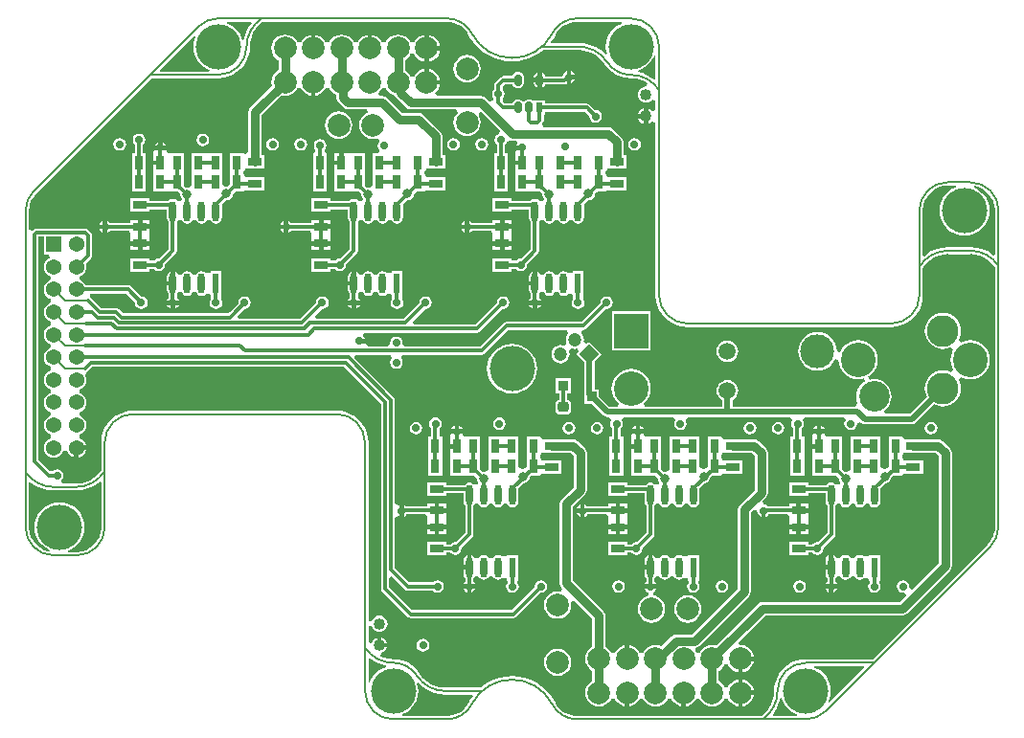
<source format=gbl>
G04*
G04 #@! TF.GenerationSoftware,Altium Limited,Altium Designer,20.1.10 (176)*
G04*
G04 Layer_Physical_Order=4*
G04 Layer_Color=16737819*
%FSAX42Y42*%
%MOMM*%
G71*
G04*
G04 #@! TF.SameCoordinates,3E3C1568-8D71-4774-938C-B5280475AE13*
G04*
G04*
G04 #@! TF.FilePolarity,Positive*
G04*
G01*
G75*
%ADD12C,0.20*%
%ADD36R,1.30X0.80*%
%ADD38R,0.80X1.30*%
%ADD41C,0.30*%
%ADD42C,0.50*%
%ADD43C,0.38*%
%ADD44C,3.05*%
%ADD45C,2.79*%
%ADD46R,3.05X3.05*%
%ADD47C,1.37*%
%ADD48R,1.37X1.37*%
%ADD49C,1.20*%
%ADD50P,1.70X4X270.0*%
%ADD51C,1.02*%
%ADD52C,0.80*%
%ADD53C,1.50*%
%ADD54C,0.70*%
%ADD55C,2.70*%
%ADD56C,3.00*%
%ADD57C,2.00*%
%ADD58C,4.00*%
%ADD73R,0.60X0.95*%
G04:AMPARAMS|DCode=74|XSize=0.6mm|YSize=0.95mm|CornerRadius=0.15mm|HoleSize=0mm|Usage=FLASHONLY|Rotation=0.000|XOffset=0mm|YOffset=0mm|HoleType=Round|Shape=RoundedRectangle|*
%AMROUNDEDRECTD74*
21,1,0.60,0.65,0,0,0.0*
21,1,0.30,0.95,0,0,0.0*
1,1,0.30,0.15,-0.33*
1,1,0.30,-0.15,-0.33*
1,1,0.30,-0.15,0.33*
1,1,0.30,0.15,0.33*
%
%ADD74ROUNDEDRECTD74*%
G04:AMPARAMS|DCode=75|XSize=0.9mm|YSize=0.95mm|CornerRadius=0.23mm|HoleSize=0mm|Usage=FLASHONLY|Rotation=90.000|XOffset=0mm|YOffset=0mm|HoleType=Round|Shape=RoundedRectangle|*
%AMROUNDEDRECTD75*
21,1,0.90,0.50,0,0,90.0*
21,1,0.45,0.95,0,0,90.0*
1,1,0.45,0.25,0.23*
1,1,0.45,0.25,-0.23*
1,1,0.45,-0.25,-0.23*
1,1,0.45,-0.25,0.23*
%
%ADD75ROUNDEDRECTD75*%
%ADD76R,0.95X0.90*%
%ADD77R,0.95X0.90*%
%ADD78O,0.64X1.78*%
%ADD79R,0.60X1.78*%
%ADD80C,0.75*%
G36*
X005370Y006302D02*
X005362Y006299D01*
X005324Y006279D01*
X005290Y006251D01*
X005263Y006218D01*
X005242Y006180D01*
X005230Y006138D01*
X005226Y006095D01*
X005230Y006052D01*
X005237Y006029D01*
X005226Y006022D01*
X005220Y006029D01*
X005180Y006063D01*
X005136Y006090D01*
X005088Y006110D01*
X005037Y006122D01*
X004986Y006126D01*
X004963Y006124D01*
X004961Y006125D01*
X004748D01*
X004742Y006137D01*
X004770Y006180D01*
X004773Y006185D01*
X004779Y006196D01*
X004779D01*
X004779Y006196D01*
X004791Y006217D01*
X004818Y006250D01*
X004851Y006278D01*
X004889Y006298D01*
X004930Y006311D01*
X004961Y006314D01*
X004973Y006314D01*
Y006314D01*
X004973Y006314D01*
X005368D01*
X005370Y006302D01*
D02*
G37*
G36*
X002094Y006303D02*
X002083Y006290D01*
X002056Y006245D01*
X002036Y006197D01*
X002025Y006154D01*
X002012Y006154D01*
X002004Y006180D01*
X001984Y006218D01*
X001957Y006251D01*
X001923Y006279D01*
X001885Y006299D01*
X001877Y006302D01*
X001879Y006314D01*
X002089D01*
X002094Y006303D01*
D02*
G37*
G36*
X001600Y006187D02*
X001596Y006180D01*
X001583Y006138D01*
X001579Y006095D01*
X001583Y006052D01*
X001596Y006010D01*
X001616Y005972D01*
X001644Y005939D01*
X001677Y005911D01*
X001716Y005891D01*
X001723Y005889D01*
X001721Y005876D01*
X001287D01*
X001282Y005888D01*
X001590Y006195D01*
X001600Y006187D01*
D02*
G37*
G36*
X003820Y006314D02*
Y006314D01*
X003849Y006312D01*
X003863Y006311D01*
X003904Y006298D01*
X003942Y006278D01*
X003975Y006250D01*
X004000Y006220D01*
X004014Y006196D01*
X004023Y006180D01*
X004029Y006172D01*
X004055Y006133D01*
X004092Y006090D01*
X004134Y006053D01*
X004181Y006022D01*
X004232Y005997D01*
X004285Y005979D01*
X004340Y005968D01*
X004397Y005964D01*
X004453Y005968D01*
X004508Y005979D01*
X004562Y005997D01*
X004612Y006022D01*
X004659Y006053D01*
X004671Y006063D01*
X004934D01*
X004964Y006063D01*
X004964Y006063D01*
X004993Y006064D01*
X005028Y006061D01*
X005069Y006051D01*
X005108Y006035D01*
X005144Y006013D01*
X005176Y005986D01*
X005194Y005965D01*
X005211Y005942D01*
X005219Y005930D01*
X005229Y005919D01*
X005248Y005896D01*
X005282Y005868D01*
X005319Y005845D01*
X005360Y005828D01*
X005403Y005818D01*
X005447Y005814D01*
Y005814D01*
X005476Y005812D01*
X005489Y005811D01*
X005530Y005801D01*
X005569Y005785D01*
X005594Y005770D01*
X005584Y005741D01*
X005580Y005741D01*
X005562Y005739D01*
X005544Y005732D01*
X005530Y005720D01*
X005518Y005706D01*
X005511Y005688D01*
X005509Y005670D01*
X005511Y005652D01*
X005518Y005634D01*
X005530Y005620D01*
X005544Y005608D01*
X005562Y005601D01*
X005580Y005599D01*
X005598Y005601D01*
X005616Y005608D01*
X005630Y005620D01*
X005636Y005627D01*
X005666Y005618D01*
Y005532D01*
X005636Y005523D01*
X005630Y005530D01*
X005616Y005541D01*
X005600Y005548D01*
Y005479D01*
Y005411D01*
X005616Y005418D01*
X005630Y005429D01*
X005636Y005436D01*
X005666Y005427D01*
Y003895D01*
X005666Y003895D01*
X005666D01*
X005669Y003851D01*
X005680Y003808D01*
X005696Y003767D01*
X005719Y003730D01*
X005748Y003696D01*
X005782Y003668D01*
X005819Y003645D01*
X005860Y003628D01*
X005903Y003618D01*
X005947Y003614D01*
Y003614D01*
X005947Y003614D01*
X007747D01*
X007747Y003614D01*
Y003614D01*
X007791Y003618D01*
X007833Y003628D01*
X007874Y003645D01*
X007912Y003668D01*
X007945Y003696D01*
X007974Y003730D01*
X007997Y003767D01*
X008014Y003808D01*
X008024Y003851D01*
X008028Y003895D01*
X008027D01*
X008027Y003895D01*
Y004138D01*
X008034Y004148D01*
X008061Y004181D01*
X008093Y004208D01*
X008129Y004230D01*
X008168Y004246D01*
X008209Y004256D01*
X008251Y004260D01*
X008252Y004259D01*
X008447D01*
X008447Y004260D01*
X008489Y004256D01*
X008530Y004246D01*
X008569Y004230D01*
X008605Y004208D01*
X008637Y004181D01*
X008665Y004148D01*
X008666Y004146D01*
Y001849D01*
X008666Y001849D01*
X008666D01*
X008664Y001820D01*
X008662Y001806D01*
X008650Y001764D01*
X008629Y001726D01*
X008621Y001716D01*
X008602Y001693D01*
X008581Y001672D01*
X007585Y000676D01*
X007573Y000675D01*
X007572Y000676D01*
X006993D01*
Y000676D01*
X006949Y000672D01*
X006906Y000662D01*
X006866Y000645D01*
X006828Y000622D01*
X006794Y000594D01*
X006766Y000560D01*
X006743Y000523D01*
X006726Y000482D01*
X006716Y000439D01*
X006712Y000395D01*
X006712D01*
X006710Y000366D01*
X006709Y000353D01*
X006699Y000312D01*
X006683Y000273D01*
X006661Y000237D01*
X006634Y000204D01*
X006602Y000177D01*
X006599Y000176D01*
X004973D01*
X004973Y000176D01*
Y000176D01*
X004944Y000178D01*
X004930Y000179D01*
X004889Y000192D01*
X004851Y000212D01*
X004818Y000240D01*
X004793Y000270D01*
X004779Y000294D01*
X004770Y000310D01*
X004765Y000318D01*
X004739Y000357D01*
X004701Y000400D01*
X004659Y000437D01*
X004612Y000468D01*
X004562Y000493D01*
X004508Y000511D01*
X004453Y000522D01*
X004397Y000526D01*
X004340Y000522D01*
X004285Y000511D01*
X004232Y000493D01*
X004181Y000468D01*
X004134Y000437D01*
X004121Y000426D01*
X003838D01*
X003808Y000426D01*
X003808Y000426D01*
X003808Y000426D01*
Y000426D01*
X003779Y000428D01*
X003765Y000429D01*
X003724Y000439D01*
X003685Y000455D01*
X003649Y000477D01*
X003617Y000504D01*
X003600Y000525D01*
X003582Y000548D01*
X003574Y000560D01*
X003564Y000571D01*
X003545Y000594D01*
X003512Y000622D01*
X003474Y000645D01*
X003433Y000662D01*
X003391Y000672D01*
X003347Y000676D01*
X003317Y000678D01*
X003304Y000679D01*
X003263Y000689D01*
X003236Y000700D01*
X003240Y000731D01*
X003243Y000731D01*
X003261Y000738D01*
X003275Y000750D01*
X003287Y000764D01*
X003293Y000780D01*
X003225D01*
Y000800D01*
X003205D01*
Y000868D01*
X003189Y000862D01*
X003175Y000850D01*
X003163Y000836D01*
X003156Y000818D01*
X003127Y000824D01*
Y000966D01*
X003156Y000972D01*
X003163Y000955D01*
X003175Y000940D01*
X003189Y000929D01*
X003207Y000922D01*
X003225Y000919D01*
X003243Y000922D01*
X003261Y000929D01*
X003275Y000940D01*
X003287Y000955D01*
X003294Y000972D01*
X003296Y000990D01*
X003294Y001009D01*
X003287Y001026D01*
X003275Y001041D01*
X003261Y001052D01*
X003243Y001059D01*
X003225Y001062D01*
X003207Y001059D01*
X003189Y001052D01*
X003175Y001041D01*
X003163Y001026D01*
X003156Y001009D01*
X003127Y001015D01*
Y002595D01*
X003127Y002595D01*
X003128D01*
X003124Y002639D01*
X003114Y002682D01*
X003097Y002723D01*
X003074Y002760D01*
X003045Y002794D01*
X003012Y002822D01*
X002974Y002845D01*
X002933Y002862D01*
X002891Y002872D01*
X002847Y002876D01*
Y002876D01*
X002847Y002876D01*
X001047D01*
X001047Y002876D01*
Y002876D01*
X001003Y002872D01*
X000960Y002862D01*
X000919Y002845D01*
X000882Y002822D01*
X000848Y002794D01*
X000819Y002760D01*
X000796Y002723D01*
X000780Y002682D01*
X000769Y002639D01*
X000766Y002595D01*
X000766D01*
X000766Y002595D01*
Y002352D01*
X000760Y002342D01*
X000732Y002309D01*
X000700Y002282D01*
X000664Y002260D01*
X000625Y002244D01*
X000584Y002234D01*
X000542Y002230D01*
X000542Y002231D01*
X000424D01*
X000415Y002260D01*
X000427Y002279D01*
X000431Y002300D01*
X000427Y002321D01*
X000415Y002340D01*
X000396Y002352D01*
X000375Y002356D01*
X000354Y002352D01*
X000335Y002340D01*
X000306Y002344D01*
X000211Y002440D01*
Y004415D01*
X000258D01*
Y004258D01*
X000306D01*
X000312Y004228D01*
X000302Y004224D01*
X000283Y004210D01*
X000269Y004191D01*
X000260Y004170D01*
X000257Y004147D01*
X000260Y004124D01*
X000269Y004102D01*
X000283Y004084D01*
X000302Y004069D01*
X000319Y004062D01*
X000321Y004047D01*
X000319Y004031D01*
X000302Y004024D01*
X000283Y004010D01*
X000269Y003991D01*
X000260Y003970D01*
X000257Y003947D01*
X000260Y003924D01*
X000269Y003902D01*
X000283Y003884D01*
X000302Y003869D01*
X000319Y003862D01*
X000321Y003847D01*
X000319Y003831D01*
X000302Y003824D01*
X000283Y003810D01*
X000269Y003791D01*
X000260Y003770D01*
X000257Y003747D01*
X000260Y003724D01*
X000269Y003702D01*
X000283Y003684D01*
X000302Y003669D01*
X000319Y003662D01*
X000321Y003647D01*
X000319Y003631D01*
X000302Y003624D01*
X000283Y003610D01*
X000269Y003591D01*
X000260Y003570D01*
X000257Y003547D01*
X000260Y003524D01*
X000269Y003502D01*
X000283Y003484D01*
X000302Y003469D01*
X000319Y003462D01*
X000321Y003447D01*
X000319Y003431D01*
X000302Y003424D01*
X000283Y003410D01*
X000269Y003391D01*
X000260Y003370D01*
X000257Y003347D01*
X000260Y003324D01*
X000269Y003302D01*
X000283Y003284D01*
X000302Y003269D01*
X000319Y003262D01*
X000321Y003247D01*
X000319Y003231D01*
X000302Y003224D01*
X000283Y003210D01*
X000269Y003191D01*
X000260Y003170D01*
X000257Y003147D01*
X000260Y003124D01*
X000269Y003102D01*
X000283Y003084D01*
X000302Y003069D01*
X000319Y003062D01*
X000321Y003047D01*
X000319Y003031D01*
X000302Y003024D01*
X000283Y003010D01*
X000269Y002991D01*
X000260Y002970D01*
X000257Y002947D01*
X000260Y002924D01*
X000269Y002902D01*
X000283Y002884D01*
X000302Y002869D01*
X000319Y002862D01*
X000321Y002847D01*
X000319Y002831D01*
X000302Y002824D01*
X000283Y002810D01*
X000269Y002791D01*
X000260Y002770D01*
X000257Y002747D01*
X000260Y002724D01*
X000269Y002702D01*
X000283Y002684D01*
X000302Y002669D01*
X000319Y002662D01*
X000321Y002647D01*
X000319Y002631D01*
X000302Y002624D01*
X000283Y002610D01*
X000269Y002591D01*
X000260Y002570D01*
X000257Y002547D01*
X000260Y002524D01*
X000269Y002502D01*
X000283Y002484D01*
X000302Y002469D01*
X000323Y002460D01*
X000347Y002457D01*
X000370Y002460D01*
X000391Y002469D01*
X000410Y002484D01*
X000424Y002502D01*
X000431Y002519D01*
X000447Y002522D01*
X000462Y002519D01*
X000469Y002502D01*
X000483Y002484D01*
X000502Y002469D01*
X000523Y002460D01*
X000527Y002460D01*
Y002547D01*
X000547D01*
Y002567D01*
X000633D01*
X000633Y002570D01*
X000624Y002591D01*
X000610Y002610D01*
X000591Y002624D01*
X000574Y002631D01*
X000572Y002647D01*
X000574Y002662D01*
X000591Y002669D01*
X000610Y002684D01*
X000624Y002702D01*
X000633Y002724D01*
X000636Y002747D01*
X000633Y002770D01*
X000624Y002791D01*
X000610Y002810D01*
X000591Y002824D01*
X000574Y002831D01*
X000572Y002847D01*
X000574Y002862D01*
X000591Y002869D01*
X000610Y002884D01*
X000624Y002902D01*
X000633Y002924D01*
X000636Y002947D01*
X000633Y002970D01*
X000624Y002991D01*
X000610Y003010D01*
X000591Y003024D01*
X000574Y003031D01*
X000572Y003047D01*
X000574Y003062D01*
X000591Y003069D01*
X000610Y003084D01*
X000624Y003102D01*
X000633Y003124D01*
X000636Y003147D01*
X000633Y003170D01*
X000627Y003183D01*
X000635Y003208D01*
X000641Y003218D01*
X000648Y003223D01*
X000687Y003261D01*
X002913D01*
X003239Y002935D01*
Y001300D01*
X003242Y001286D01*
X003250Y001275D01*
X003475Y001050D01*
X003486Y001042D01*
X003500Y001039D01*
X004408D01*
X004421Y001042D01*
X004433Y001050D01*
X004648Y001265D01*
X004653Y001264D01*
X004674Y001268D01*
X004692Y001280D01*
X004705Y001299D01*
X004709Y001320D01*
X004705Y001341D01*
X004692Y001360D01*
X004674Y001372D01*
X004653Y001376D01*
X004631Y001372D01*
X004613Y001360D01*
X004601Y001341D01*
X004597Y001320D01*
X004598Y001315D01*
X004393Y001111D01*
X003515D01*
X003311Y001315D01*
Y001395D01*
X003338Y001407D01*
X003450Y001295D01*
X003462Y001287D01*
X003476Y001284D01*
X003697D01*
X003699Y001280D01*
X003718Y001268D01*
X003739Y001264D01*
X003761Y001268D01*
X003779Y001280D01*
X003791Y001299D01*
X003795Y001320D01*
X003791Y001341D01*
X003779Y001360D01*
X003761Y001372D01*
X003739Y001376D01*
X003718Y001372D01*
X003699Y001360D01*
X003697Y001356D01*
X003490D01*
X003361Y001485D01*
Y001930D01*
X003391Y001943D01*
X003399Y001938D01*
X003400Y001938D01*
Y001990D01*
Y002042D01*
X003399Y002042D01*
X003391Y002037D01*
X003361Y002050D01*
Y002971D01*
X003358Y002984D01*
X003350Y002996D01*
X003005Y003342D01*
X003016Y003369D01*
X003326D01*
X003335Y003340D01*
X003323Y003321D01*
X003319Y003300D01*
X003323Y003279D01*
X003335Y003260D01*
X003354Y003248D01*
X003375Y003244D01*
X003396Y003248D01*
X003415Y003260D01*
X003427Y003279D01*
X003431Y003300D01*
X003427Y003321D01*
X003415Y003340D01*
X003424Y003369D01*
X004130D01*
X004144Y003372D01*
X004155Y003380D01*
X004365Y003589D01*
X004885D01*
X004895Y003559D01*
X004895Y003559D01*
X004882Y003542D01*
X004874Y003523D01*
X004871Y003502D01*
X004874Y003481D01*
X004878Y003471D01*
X004856Y003449D01*
X004846Y003453D01*
X004825Y003456D01*
X004804Y003453D01*
X004785Y003445D01*
X004768Y003432D01*
X004755Y003415D01*
X004747Y003396D01*
X004744Y003375D01*
X004747Y003354D01*
X004755Y003335D01*
X004768Y003318D01*
X004785Y003305D01*
X004804Y003297D01*
X004825Y003294D01*
X004846Y003297D01*
X004865Y003305D01*
X004882Y003318D01*
X004895Y003335D01*
X004903Y003354D01*
X004906Y003375D01*
X004903Y003396D01*
X004899Y003406D01*
X004921Y003428D01*
X004931Y003424D01*
X004952Y003421D01*
X004972Y003424D01*
X004973Y003423D01*
X004989Y003398D01*
X004966Y003375D01*
X005033Y003308D01*
Y003065D01*
X005033D01*
Y002935D01*
X005103D01*
X005206Y002832D01*
X005221Y002822D01*
X005238Y002818D01*
X005258D01*
X005273Y002788D01*
X005268Y002781D01*
X005264Y002760D01*
X005268Y002739D01*
X005280Y002720D01*
X005284Y002718D01*
Y002643D01*
X005259D01*
Y002473D01*
X005259D01*
Y002470D01*
X005259D01*
Y002300D01*
X005379D01*
Y002470D01*
X005379D01*
Y002473D01*
X005379D01*
Y002643D01*
X005355D01*
Y002717D01*
X005360Y002720D01*
X005372Y002739D01*
X005376Y002760D01*
X005372Y002781D01*
X005367Y002788D01*
X005382Y002818D01*
X005823D01*
X005837Y002788D01*
X005833Y002781D01*
X005829Y002760D01*
X005833Y002739D01*
X005845Y002720D01*
X005863Y002708D01*
X005885Y002704D01*
X005906Y002708D01*
X005924Y002720D01*
X005937Y002739D01*
X005941Y002760D01*
X005937Y002781D01*
X005932Y002788D01*
X005947Y002818D01*
X006858D01*
X006873Y002788D01*
X006868Y002781D01*
X006864Y002760D01*
X006868Y002739D01*
X006880Y002720D01*
X006884Y002718D01*
Y002643D01*
X006859D01*
Y002473D01*
X006859D01*
Y002470D01*
X006859D01*
Y002300D01*
X006979D01*
Y002470D01*
X006979D01*
Y002473D01*
X006979D01*
Y002643D01*
X006955D01*
Y002717D01*
X006960Y002720D01*
X006972Y002739D01*
X006976Y002760D01*
X006972Y002781D01*
X006967Y002788D01*
X006982Y002818D01*
X007328D01*
X007343Y002788D01*
X007338Y002781D01*
X007334Y002760D01*
X007338Y002739D01*
X007350Y002720D01*
X007369Y002708D01*
X007390Y002704D01*
X007411Y002708D01*
X007430Y002720D01*
X007442Y002739D01*
X007446Y002760D01*
X007446Y002763D01*
X007473Y002777D01*
X007483Y002768D01*
X007498Y002758D01*
X007515Y002754D01*
X007934D01*
X007951Y002758D01*
X007966Y002768D01*
X008130Y002931D01*
X008144Y002924D01*
X008175Y002915D01*
X008206Y002912D01*
X008237Y002915D01*
X008267Y002924D01*
X008295Y002939D01*
X008319Y002959D01*
X008339Y002983D01*
X008354Y003011D01*
X008363Y003041D01*
X008366Y003072D01*
X008363Y003103D01*
X008354Y003133D01*
X008345Y003151D01*
X008367Y003174D01*
X008381Y003166D01*
X008413Y003156D01*
X008447Y003153D01*
X008481Y003156D01*
X008513Y003166D01*
X008543Y003182D01*
X008570Y003204D01*
X008591Y003230D01*
X008607Y003260D01*
X008617Y003292D01*
X008620Y003326D01*
X008617Y003360D01*
X008607Y003392D01*
X008591Y003422D01*
X008570Y003448D01*
X008543Y003470D01*
X008513Y003486D01*
X008481Y003496D01*
X008447Y003499D01*
X008413Y003496D01*
X008381Y003486D01*
X008367Y003478D01*
X008345Y003501D01*
X008354Y003519D01*
X008363Y003549D01*
X008366Y003580D01*
X008363Y003611D01*
X008354Y003641D01*
X008339Y003669D01*
X008319Y003693D01*
X008295Y003713D01*
X008267Y003728D01*
X008237Y003737D01*
X008206Y003740D01*
X008175Y003737D01*
X008144Y003728D01*
X008117Y003713D01*
X008092Y003693D01*
X008072Y003669D01*
X008058Y003641D01*
X008049Y003611D01*
X008045Y003580D01*
X008049Y003549D01*
X008058Y003519D01*
X008072Y003491D01*
X008092Y003467D01*
X008117Y003447D01*
X008144Y003432D01*
X008175Y003423D01*
X008206Y003420D01*
X008237Y003423D01*
X008267Y003432D01*
X008278Y003437D01*
X008299Y003415D01*
X008287Y003392D01*
X008277Y003360D01*
X008274Y003326D01*
X008277Y003292D01*
X008287Y003260D01*
X008299Y003237D01*
X008278Y003215D01*
X008267Y003220D01*
X008237Y003229D01*
X008206Y003232D01*
X008175Y003229D01*
X008144Y003220D01*
X008117Y003205D01*
X008092Y003185D01*
X008072Y003161D01*
X008058Y003133D01*
X008049Y003103D01*
X008045Y003072D01*
X008049Y003041D01*
X008058Y003011D01*
X008065Y002996D01*
X007915Y002846D01*
X007699D01*
X007697Y002849D01*
X007690Y002876D01*
X007707Y002890D01*
X007726Y002913D01*
X007740Y002940D01*
X007749Y002970D01*
X007752Y003000D01*
X007749Y003030D01*
X007740Y003060D01*
X007726Y003087D01*
X007707Y003110D01*
X007683Y003130D01*
X007656Y003144D01*
X007627Y003153D01*
X007597Y003156D01*
X007566Y003153D01*
X007556Y003150D01*
X007545Y003178D01*
X007553Y003182D01*
X007579Y003204D01*
X007601Y003230D01*
X007617Y003260D01*
X007627Y003292D01*
X007630Y003326D01*
X007627Y003360D01*
X007617Y003392D01*
X007601Y003422D01*
X007579Y003448D01*
X007553Y003470D01*
X007523Y003486D01*
X007490Y003496D01*
X007457Y003499D01*
X007423Y003496D01*
X007390Y003486D01*
X007360Y003470D01*
X007334Y003448D01*
X007313Y003422D01*
X007297Y003392D01*
X007267Y003399D01*
X007267Y003400D01*
X007264Y003433D01*
X007254Y003465D01*
X007239Y003495D01*
X007217Y003521D01*
X007192Y003542D01*
X007162Y003558D01*
X007130Y003568D01*
X007097Y003571D01*
X007063Y003568D01*
X007031Y003558D01*
X007002Y003542D01*
X006976Y003521D01*
X006955Y003495D01*
X006939Y003465D01*
X006929Y003433D01*
X006926Y003400D01*
X006929Y003367D01*
X006939Y003335D01*
X006955Y003305D01*
X006976Y003279D01*
X007002Y003258D01*
X007031Y003242D01*
X007063Y003232D01*
X007097Y003229D01*
X007130Y003232D01*
X007162Y003242D01*
X007192Y003258D01*
X007217Y003279D01*
X007239Y003305D01*
X007254Y003335D01*
X007283Y003327D01*
X007283Y003326D01*
X007287Y003292D01*
X007297Y003260D01*
X007313Y003230D01*
X007334Y003204D01*
X007360Y003182D01*
X007390Y003166D01*
X007423Y003156D01*
X007457Y003153D01*
X007490Y003156D01*
X007504Y003160D01*
X007515Y003132D01*
X007510Y003130D01*
X007486Y003110D01*
X007467Y003087D01*
X007453Y003060D01*
X007444Y003030D01*
X007441Y003000D01*
X007444Y002970D01*
X007453Y002940D01*
X007453Y002939D01*
X007435Y002910D01*
X006346D01*
Y002966D01*
X006348Y002967D01*
X006368Y002982D01*
X006383Y003002D01*
X006393Y003025D01*
X006396Y003050D01*
X006393Y003075D01*
X006383Y003098D01*
X006368Y003118D01*
X006348Y003133D01*
X006325Y003143D01*
X006300Y003146D01*
X006275Y003143D01*
X006252Y003133D01*
X006232Y003118D01*
X006217Y003098D01*
X006207Y003075D01*
X006204Y003050D01*
X006207Y003025D01*
X006217Y003002D01*
X006232Y002982D01*
X006252Y002967D01*
X006254Y002966D01*
Y002910D01*
X005572D01*
X005561Y002940D01*
X005572Y002950D01*
X005594Y002976D01*
X005610Y003006D01*
X005620Y003038D01*
X005623Y003072D01*
X005620Y003106D01*
X005610Y003138D01*
X005594Y003168D01*
X005572Y003194D01*
X005546Y003216D01*
X005516Y003232D01*
X005484Y003242D01*
X005450Y003245D01*
X005416Y003242D01*
X005384Y003232D01*
X005354Y003216D01*
X005328Y003194D01*
X005306Y003168D01*
X005290Y003138D01*
X005280Y003106D01*
X005277Y003072D01*
X005280Y003038D01*
X005290Y003006D01*
X005306Y002976D01*
X005328Y002950D01*
X005339Y002940D01*
X005328Y002910D01*
X005257D01*
X005167Y003000D01*
Y003065D01*
X005125D01*
Y003308D01*
X005192Y003375D01*
X005079Y003488D01*
X005056Y003465D01*
X005031Y003481D01*
X005030Y003482D01*
X005033Y003502D01*
X005030Y003523D01*
X005022Y003542D01*
X005009Y003559D01*
X005009Y003559D01*
X005019Y003589D01*
X005028D01*
X005041Y003592D01*
X005053Y003600D01*
X005228Y003775D01*
X005233Y003774D01*
X005254Y003778D01*
X005272Y003790D01*
X005285Y003809D01*
X005289Y003830D01*
X005285Y003851D01*
X005272Y003870D01*
X005254Y003882D01*
X005233Y003886D01*
X005211Y003882D01*
X005193Y003870D01*
X005181Y003851D01*
X005177Y003830D01*
X005178Y003825D01*
X005013Y003661D01*
X004350D01*
X004336Y003658D01*
X004325Y003650D01*
X004115Y003441D01*
X003452D01*
X003430Y003471D01*
X003431Y003475D01*
X003427Y003496D01*
X003415Y003515D01*
X003396Y003527D01*
X003375Y003531D01*
X003354Y003527D01*
X003335Y003515D01*
X003323Y003496D01*
X003319Y003475D01*
X003320Y003471D01*
X003298Y003441D01*
X003119D01*
X003102Y003468D01*
X003102Y003470D01*
X003050D01*
Y003510D01*
X003102D01*
X003102Y003511D01*
X003090Y003530D01*
X003083Y003534D01*
X003092Y003564D01*
X004089D01*
X004103Y003567D01*
X004114Y003575D01*
X004314Y003775D01*
X004319Y003774D01*
X004341Y003778D01*
X004359Y003790D01*
X004371Y003809D01*
X004375Y003830D01*
X004371Y003851D01*
X004359Y003870D01*
X004341Y003882D01*
X004319Y003886D01*
X004298Y003882D01*
X004279Y003870D01*
X004267Y003851D01*
X004263Y003830D01*
X004264Y003825D01*
X004074Y003636D01*
X003528D01*
X003517Y003663D01*
X003628Y003775D01*
X003633Y003774D01*
X003654Y003778D01*
X003672Y003790D01*
X003685Y003809D01*
X003689Y003830D01*
X003685Y003851D01*
X003672Y003870D01*
X003654Y003882D01*
X003633Y003886D01*
X003611Y003882D01*
X003593Y003870D01*
X003581Y003851D01*
X003577Y003830D01*
X003578Y003825D01*
X003438Y003686D01*
X002664D01*
X002653Y003713D01*
X002714Y003775D01*
X002719Y003774D01*
X002741Y003778D01*
X002759Y003790D01*
X002771Y003809D01*
X002775Y003830D01*
X002771Y003851D01*
X002759Y003870D01*
X002741Y003882D01*
X002719Y003886D01*
X002698Y003882D01*
X002679Y003870D01*
X002667Y003851D01*
X002663Y003830D01*
X002664Y003825D01*
X002524Y003686D01*
X001981D01*
X001969Y003716D01*
X002028Y003775D01*
X002033Y003774D01*
X002054Y003778D01*
X002072Y003790D01*
X002085Y003809D01*
X002089Y003830D01*
X002085Y003851D01*
X002072Y003870D01*
X002054Y003882D01*
X002033Y003886D01*
X002011Y003882D01*
X001993Y003870D01*
X001981Y003851D01*
X001977Y003830D01*
X001978Y003825D01*
X001900Y003748D01*
X001900Y003748D01*
X001888Y003736D01*
X000960D01*
X000923Y003773D01*
X000911Y003781D01*
X000897Y003784D01*
X000767D01*
X000677Y003873D01*
X000665Y003881D01*
X000669Y003911D01*
X000988D01*
X001064Y003835D01*
X001063Y003830D01*
X001067Y003809D01*
X001079Y003790D01*
X001098Y003778D01*
X001119Y003774D01*
X001141Y003778D01*
X001159Y003790D01*
X001171Y003809D01*
X001175Y003830D01*
X001171Y003851D01*
X001159Y003870D01*
X001141Y003882D01*
X001119Y003886D01*
X001114Y003885D01*
X001028Y003972D01*
X001016Y003980D01*
X001002Y003982D01*
X000628D01*
X000624Y003991D01*
X000610Y004010D01*
X000591Y004024D01*
X000574Y004031D01*
X000572Y004047D01*
X000574Y004062D01*
X000591Y004069D01*
X000610Y004084D01*
X000624Y004102D01*
X000633Y004124D01*
X000636Y004147D01*
X000633Y004170D01*
X000629Y004179D01*
X000675Y004225D01*
X000683Y004237D01*
X000686Y004250D01*
Y004425D01*
X000683Y004438D01*
X000675Y004450D01*
X000650Y004476D01*
X000638Y004483D01*
X000625Y004486D01*
X000193D01*
X000179Y004483D01*
X000167Y004476D01*
X000157Y004466D01*
X000128Y004476D01*
X000127Y004476D01*
Y004611D01*
X000127Y004641D01*
X000130Y004670D01*
X000131Y004684D01*
X000144Y004726D01*
X000164Y004764D01*
X000173Y004774D01*
X000191Y004797D01*
X000192Y004797D01*
X000213Y004818D01*
X001210Y005815D01*
X001800D01*
X001801Y005814D01*
Y005814D01*
X001844Y005818D01*
X001887Y005828D01*
X001928Y005845D01*
X001966Y005868D01*
X001999Y005896D01*
X002028Y005930D01*
X002051Y005968D01*
X002068Y006008D01*
X002078Y006051D01*
X002081Y006095D01*
X002081D01*
X002083Y006124D01*
X002084Y006137D01*
X002094Y006178D01*
X002110Y006217D01*
X002132Y006253D01*
X002160Y006286D01*
X002192Y006313D01*
X002194Y006314D01*
X003820D01*
X003820Y006314D01*
D02*
G37*
G36*
X005666Y006017D02*
Y005807D01*
X005655Y005801D01*
X005641Y005813D01*
X005597Y005840D01*
X005549Y005860D01*
X005507Y005870D01*
X005506Y005883D01*
X005531Y005891D01*
X005569Y005911D01*
X005603Y005939D01*
X005630Y005972D01*
X005651Y006010D01*
X005653Y006019D01*
X005666Y006017D01*
D02*
G37*
G36*
X008320Y004852D02*
X008312Y004849D01*
X008274Y004829D01*
X008240Y004801D01*
X008213Y004768D01*
X008192Y004730D01*
X008180Y004688D01*
X008176Y004645D01*
X008180Y004602D01*
X008192Y004560D01*
X008213Y004522D01*
X008240Y004489D01*
X008274Y004461D01*
X008312Y004441D01*
X008354Y004428D01*
X008397Y004424D01*
X008440Y004428D01*
X008481Y004441D01*
X008519Y004461D01*
X008553Y004489D01*
X008580Y004522D01*
X008601Y004560D01*
X008613Y004602D01*
X008618Y004645D01*
X008613Y004688D01*
X008601Y004730D01*
X008580Y004768D01*
X008553Y004801D01*
X008519Y004829D01*
X008481Y004849D01*
X008485Y004861D01*
X008490Y004861D01*
X008531Y004848D01*
X008569Y004828D01*
X008602Y004800D01*
X008629Y004767D01*
X008650Y004729D01*
X008662Y004688D01*
X008665Y004657D01*
X008666Y004645D01*
X008666D01*
X008666Y004645D01*
Y004252D01*
X008655Y004246D01*
X008641Y004258D01*
X008597Y004285D01*
X008549Y004305D01*
X008498Y004317D01*
X008447Y004321D01*
Y004321D01*
X008447Y004321D01*
X008252D01*
X008252Y004321D01*
Y004321D01*
X008200Y004317D01*
X008149Y004305D01*
X008101Y004285D01*
X008057Y004258D01*
X008039Y004242D01*
X008027Y004247D01*
Y004645D01*
X008027Y004645D01*
X008027D01*
X008028Y004657D01*
X008031Y004688D01*
X008044Y004729D01*
X008064Y004767D01*
X008091Y004800D01*
X008125Y004828D01*
X008163Y004848D01*
X008204Y004861D01*
X008234Y004864D01*
X008247Y004864D01*
Y004864D01*
X008247Y004864D01*
X008318D01*
X008320Y004852D01*
D02*
G37*
G36*
X000766Y002243D02*
Y001845D01*
X000766Y001845D01*
X000766D01*
X000765Y001833D01*
X000762Y001802D01*
X000750Y001761D01*
X000729Y001723D01*
X000702Y001690D01*
X000669Y001662D01*
X000631Y001642D01*
X000590Y001629D01*
X000559Y001626D01*
X000547Y001626D01*
Y001626D01*
X000547Y001626D01*
X000475D01*
X000473Y001638D01*
X000481Y001641D01*
X000519Y001661D01*
X000553Y001689D01*
X000580Y001722D01*
X000601Y001760D01*
X000613Y001802D01*
X000618Y001845D01*
X000613Y001888D01*
X000601Y001930D01*
X000580Y001968D01*
X000553Y002001D01*
X000519Y002029D01*
X000481Y002049D01*
X000440Y002062D01*
X000397Y002066D01*
X000354Y002062D01*
X000312Y002049D01*
X000274Y002029D01*
X000240Y002001D01*
X000213Y001968D01*
X000192Y001930D01*
X000180Y001888D01*
X000176Y001845D01*
X000180Y001802D01*
X000192Y001760D01*
X000213Y001722D01*
X000240Y001689D01*
X000274Y001661D01*
X000312Y001641D01*
X000308Y001629D01*
X000304Y001629D01*
X000263Y001642D01*
X000225Y001662D01*
X000191Y001690D01*
X000164Y001723D01*
X000144Y001761D01*
X000131Y001802D01*
X000128Y001833D01*
X000127Y001845D01*
X000127D01*
X000127Y001845D01*
Y002238D01*
X000139Y002244D01*
X000152Y002232D01*
X000196Y002205D01*
X000244Y002185D01*
X000295Y002173D01*
X000347Y002169D01*
Y002169D01*
X000347Y002169D01*
X000542D01*
X000542Y002169D01*
Y002169D01*
X000593Y002173D01*
X000644Y002185D01*
X000692Y002205D01*
X000736Y002232D01*
X000755Y002248D01*
X000766Y002243D01*
D02*
G37*
G36*
X003152Y000677D02*
X003196Y000650D01*
X003244Y000630D01*
X003287Y000620D01*
X003287Y000607D01*
X003262Y000599D01*
X003224Y000579D01*
X003190Y000551D01*
X003163Y000518D01*
X003142Y000480D01*
X003140Y000471D01*
X003127Y000473D01*
Y000683D01*
X003139Y000689D01*
X003152Y000677D01*
D02*
G37*
G36*
X007511Y000603D02*
X007204Y000295D01*
X007193Y000303D01*
X007197Y000310D01*
X007210Y000352D01*
X007214Y000395D01*
X007210Y000438D01*
X007197Y000480D01*
X007177Y000518D01*
X007149Y000551D01*
X007116Y000579D01*
X007078Y000599D01*
X007070Y000602D01*
X007071Y000614D01*
X007506D01*
X007511Y000603D01*
D02*
G37*
G36*
X003574Y000461D02*
X003613Y000427D01*
X003657Y000400D01*
X003705Y000380D01*
X003756Y000368D01*
X003808Y000364D01*
X003808Y000364D01*
X004044D01*
X004051Y000352D01*
X004023Y000310D01*
X004021Y000305D01*
X004014Y000294D01*
X004014D01*
X004014Y000294D01*
X004003Y000273D01*
X003975Y000240D01*
X003942Y000212D01*
X003904Y000192D01*
X003863Y000179D01*
X003832Y000176D01*
X003820Y000176D01*
Y000176D01*
X003820Y000176D01*
X003425D01*
X003423Y000188D01*
X003431Y000191D01*
X003469Y000211D01*
X003503Y000239D01*
X003530Y000272D01*
X003551Y000310D01*
X003563Y000352D01*
X003568Y000395D01*
X003563Y000438D01*
X003556Y000461D01*
X003568Y000468D01*
X003574Y000461D01*
D02*
G37*
G36*
X006789Y000310D02*
X006809Y000272D01*
X006837Y000239D01*
X006870Y000211D01*
X006908Y000191D01*
X006917Y000188D01*
X006915Y000176D01*
X006705D01*
X006700Y000187D01*
X006711Y000200D01*
X006738Y000245D01*
X006758Y000293D01*
X006768Y000335D01*
X006781Y000335D01*
X006789Y000310D01*
D02*
G37*
%LPC*%
G36*
X003390Y006201D02*
X003359Y006197D01*
X003329Y006185D01*
X003304Y006166D01*
X003285Y006141D01*
X003281Y006131D01*
X003249D01*
X003245Y006141D01*
X003226Y006166D01*
X003201Y006185D01*
X003171Y006197D01*
X003160Y006198D01*
Y006080D01*
X003120D01*
Y006198D01*
X003109Y006197D01*
X003079Y006185D01*
X003054Y006166D01*
X003035Y006141D01*
X003031Y006131D01*
X002999D01*
X002995Y006141D01*
X002976Y006166D01*
X002951Y006185D01*
X002921Y006197D01*
X002890Y006201D01*
X002859Y006197D01*
X002829Y006185D01*
X002804Y006166D01*
X002785Y006141D01*
X002781Y006131D01*
X002749D01*
X002745Y006141D01*
X002726Y006166D01*
X002701Y006185D01*
X002671Y006197D01*
X002660Y006198D01*
Y006080D01*
X002620D01*
Y006198D01*
X002609Y006197D01*
X002579Y006185D01*
X002554Y006166D01*
X002535Y006141D01*
X002531Y006131D01*
X002499D01*
X002495Y006141D01*
X002476Y006166D01*
X002451Y006185D01*
X002421Y006197D01*
X002390Y006201D01*
X002359Y006197D01*
X002329Y006185D01*
X002304Y006166D01*
X002285Y006141D01*
X002273Y006111D01*
X002269Y006080D01*
X002273Y006049D01*
X002285Y006019D01*
X002304Y005994D01*
X002329Y005975D01*
X002331Y005974D01*
Y005886D01*
X002329Y005885D01*
X002304Y005866D01*
X002285Y005841D01*
X002273Y005811D01*
X002269Y005780D01*
X002273Y005749D01*
X002274Y005747D01*
X002083Y005556D01*
X002070Y005537D01*
X002065Y005514D01*
Y005159D01*
X002035Y005144D01*
X002024Y005153D01*
X002016Y005153D01*
X001904D01*
Y004983D01*
X001904D01*
X001904Y004980D01*
X001904D01*
X001904Y004953D01*
Y004875D01*
X001881Y004854D01*
X001872Y004856D01*
X001864Y004855D01*
X001834Y004875D01*
Y004953D01*
X001834Y004983D01*
X001834Y005010D01*
Y005153D01*
X001714D01*
Y005153D01*
X001687D01*
Y005153D01*
X001567D01*
Y005010D01*
X001567Y004983D01*
X001567Y004953D01*
Y004864D01*
X001537Y004845D01*
X001526Y004847D01*
X001517Y004845D01*
X001497Y004866D01*
Y004980D01*
X001497D01*
Y004983D01*
X001497D01*
Y005153D01*
X001379D01*
X001377Y005153D01*
X001349D01*
X001342Y005180D01*
X001236D01*
X001229Y005153D01*
X001229D01*
Y005088D01*
X001289D01*
Y005048D01*
X001229D01*
Y005010D01*
X001229Y004983D01*
X001229Y004953D01*
Y004810D01*
X001349D01*
Y004810D01*
X001377D01*
Y004810D01*
X001443D01*
X001465Y004786D01*
X001469Y004763D01*
X001480Y004747D01*
X001475Y004731D01*
X001473Y004729D01*
X001439Y004730D01*
X001436Y004734D01*
X001419Y004746D01*
X001399Y004750D01*
X001379Y004746D01*
X001362Y004734D01*
X001357Y004728D01*
X001196D01*
Y004753D01*
X001026D01*
Y004633D01*
X001196D01*
Y004657D01*
X001346D01*
Y004583D01*
X001350Y004563D01*
X001362Y004546D01*
X001363Y004544D01*
Y004305D01*
X001279Y004221D01*
X001274Y004221D01*
X001253Y004217D01*
X001235Y004205D01*
X001232Y004201D01*
X001196D01*
Y004225D01*
X001026D01*
Y004105D01*
X001196D01*
Y004130D01*
X001232D01*
X001235Y004126D01*
X001253Y004114D01*
X001274Y004109D01*
X001296Y004114D01*
X001314Y004126D01*
X001326Y004144D01*
X001330Y004165D01*
X001330Y004170D01*
X001424Y004265D01*
X001432Y004276D01*
X001435Y004290D01*
Y004544D01*
X001436Y004546D01*
X001447Y004561D01*
X001455Y004563D01*
X001470D01*
X001478Y004561D01*
X001489Y004546D01*
X001506Y004534D01*
X001526Y004530D01*
X001546Y004534D01*
X001563Y004546D01*
X001574Y004561D01*
X001582Y004563D01*
X001597D01*
X001605Y004561D01*
X001616Y004546D01*
X001633Y004534D01*
X001653Y004530D01*
X001673Y004534D01*
X001690Y004546D01*
X001701Y004561D01*
X001709Y004563D01*
X001724D01*
X001732Y004561D01*
X001743Y004546D01*
X001760Y004534D01*
X001780Y004530D01*
X001800Y004534D01*
X001817Y004546D01*
X001829Y004563D01*
X001833Y004583D01*
Y004697D01*
X001832Y004699D01*
X001868Y004735D01*
X001872Y004734D01*
X001896Y004738D01*
X001915Y004752D01*
X001929Y004772D01*
X001933Y004795D01*
X001959Y004810D01*
X002024D01*
Y004810D01*
X002039Y004825D01*
X002209D01*
Y004945D01*
X002039D01*
X002034Y004954D01*
X002024Y004980D01*
X002024Y004983D01*
X002035Y005008D01*
X002039Y005015D01*
X002054Y005015D01*
X002209D01*
Y005135D01*
X002183D01*
Y005490D01*
X002357Y005664D01*
X002359Y005663D01*
X002390Y005659D01*
X002421Y005663D01*
X002451Y005675D01*
X002476Y005694D01*
X002495Y005719D01*
X002499Y005729D01*
X002531D01*
X002535Y005719D01*
X002554Y005694D01*
X002579Y005675D01*
X002609Y005663D01*
X002620Y005662D01*
Y005780D01*
X002660D01*
Y005662D01*
X002671Y005663D01*
X002701Y005675D01*
X002726Y005694D01*
X002745Y005719D01*
X002749Y005729D01*
X002781D01*
X002785Y005719D01*
X002804Y005694D01*
X002829Y005675D01*
X002846Y005668D01*
Y005644D01*
X002850Y005621D01*
X002863Y005602D01*
X002907Y005559D01*
X002926Y005546D01*
X002948Y005541D01*
X003114D01*
X003120Y005511D01*
X003104Y005505D01*
X003079Y005486D01*
X003060Y005461D01*
X003048Y005431D01*
X003044Y005400D01*
X003048Y005369D01*
X003060Y005339D01*
X003079Y005314D01*
X003104Y005295D01*
X003134Y005283D01*
X003165Y005279D01*
X003196Y005283D01*
X003203Y005286D01*
X003226Y005263D01*
X003225Y005260D01*
X003221Y005254D01*
X003213Y005241D01*
X003209Y005220D01*
X003213Y005199D01*
X003224Y005183D01*
X003221Y005171D01*
X003213Y005153D01*
X003167D01*
Y005010D01*
X003167Y004983D01*
X003167Y004953D01*
Y004864D01*
X003137Y004845D01*
X003126Y004847D01*
X003117Y004845D01*
X003097Y004866D01*
Y004980D01*
X003097D01*
Y004983D01*
X003097D01*
Y005153D01*
X002979D01*
X002977Y005153D01*
X002949D01*
X002947Y005153D01*
X002909D01*
Y005068D01*
X002889D01*
Y005048D01*
X002829D01*
Y005010D01*
X002829Y004983D01*
X002829Y004953D01*
Y004810D01*
X002949D01*
Y004810D01*
X002977D01*
Y004810D01*
X003043D01*
X003065Y004786D01*
X003069Y004763D01*
X003080Y004747D01*
X003075Y004731D01*
X003073Y004729D01*
X003039Y004730D01*
X003036Y004734D01*
X003019Y004746D01*
X002999Y004750D01*
X002979Y004746D01*
X002962Y004734D01*
X002957Y004728D01*
X002796D01*
Y004753D01*
X002626D01*
Y004633D01*
X002796D01*
Y004657D01*
X002946D01*
Y004583D01*
X002950Y004563D01*
X002962Y004546D01*
X002963Y004544D01*
Y004305D01*
X002879Y004221D01*
X002874Y004221D01*
X002853Y004217D01*
X002835Y004205D01*
X002832Y004201D01*
X002796D01*
Y004225D01*
X002626D01*
Y004105D01*
X002796D01*
Y004130D01*
X002832D01*
X002835Y004126D01*
X002853Y004114D01*
X002874Y004109D01*
X002896Y004114D01*
X002914Y004126D01*
X002926Y004144D01*
X002930Y004165D01*
X002930Y004170D01*
X003024Y004265D01*
X003032Y004276D01*
X003035Y004290D01*
Y004544D01*
X003036Y004546D01*
X003047Y004561D01*
X003055Y004563D01*
X003070D01*
X003078Y004561D01*
X003089Y004546D01*
X003106Y004534D01*
X003126Y004530D01*
X003146Y004534D01*
X003163Y004546D01*
X003174Y004561D01*
X003182Y004563D01*
X003197D01*
X003205Y004561D01*
X003216Y004546D01*
X003233Y004534D01*
X003253Y004530D01*
X003273Y004534D01*
X003290Y004546D01*
X003301Y004561D01*
X003309Y004563D01*
X003324D01*
X003332Y004561D01*
X003343Y004546D01*
X003360Y004534D01*
X003380Y004530D01*
X003400Y004534D01*
X003417Y004546D01*
X003429Y004563D01*
X003433Y004583D01*
Y004697D01*
X003432Y004699D01*
X003468Y004735D01*
X003472Y004734D01*
X003496Y004738D01*
X003515Y004752D01*
X003529Y004772D01*
X003533Y004795D01*
X003559Y004810D01*
X003624D01*
Y004810D01*
X003639Y004825D01*
X003809D01*
Y004945D01*
X003639D01*
X003634Y004954D01*
X003624Y004980D01*
X003624Y004983D01*
X003635Y005008D01*
X003639Y005015D01*
X003654Y005015D01*
X003809D01*
Y005135D01*
X003783D01*
Y005301D01*
X003778Y005323D01*
X003766Y005342D01*
X003616Y005491D01*
X003597Y005504D01*
X003575Y005509D01*
X003424D01*
X003291Y005641D01*
X003272Y005654D01*
X003250Y005659D01*
X003228D01*
X003218Y005689D01*
X003226Y005694D01*
X003245Y005719D01*
X003249Y005729D01*
X003281D01*
X003285Y005719D01*
X003304Y005694D01*
X003329Y005675D01*
X003359Y005663D01*
X003360Y005663D01*
X003372Y005645D01*
X003459Y005559D01*
X003478Y005546D01*
X003500Y005541D01*
X003905D01*
X003915Y005511D01*
X003914Y005511D01*
X003895Y005486D01*
X003883Y005456D01*
X003879Y005425D01*
X003883Y005394D01*
X003895Y005364D01*
X003914Y005339D01*
X003939Y005320D01*
X003969Y005308D01*
X004000Y005304D01*
X004031Y005308D01*
X004061Y005320D01*
X004086Y005339D01*
X004105Y005364D01*
X004117Y005394D01*
X004121Y005425D01*
X004117Y005456D01*
X004105Y005486D01*
X004103Y005488D01*
X004115Y005521D01*
X004120Y005522D01*
X004288Y005354D01*
X004279Y005322D01*
X004260Y005310D01*
X004248Y005291D01*
X004244Y005270D01*
X004248Y005249D01*
X004260Y005230D01*
X004264Y005228D01*
Y005153D01*
X004239D01*
Y004983D01*
X004239D01*
Y004980D01*
X004239D01*
Y004810D01*
X004359D01*
Y004980D01*
X004359D01*
Y004983D01*
X004359D01*
Y005153D01*
X004335D01*
Y005227D01*
X004340Y005230D01*
X004352Y005249D01*
X004352Y005252D01*
X004372Y005266D01*
X004384Y005269D01*
X004400Y005266D01*
X004435D01*
X004443Y005251D01*
X004447Y005236D01*
X004437Y005221D01*
X004437Y005220D01*
X004489D01*
Y005180D01*
X004436D01*
X004429Y005153D01*
X004429D01*
Y005088D01*
X004489D01*
Y005048D01*
X004429D01*
Y005010D01*
X004429Y004983D01*
X004429Y004953D01*
Y004810D01*
X004549D01*
Y004810D01*
X004577D01*
Y004810D01*
X004643D01*
X004665Y004786D01*
X004669Y004763D01*
X004680Y004747D01*
X004675Y004731D01*
X004673Y004729D01*
X004639Y004730D01*
X004636Y004734D01*
X004619Y004746D01*
X004599Y004750D01*
X004579Y004746D01*
X004562Y004734D01*
X004557Y004728D01*
X004396D01*
Y004753D01*
X004226D01*
Y004633D01*
X004396D01*
Y004657D01*
X004546D01*
Y004583D01*
X004550Y004563D01*
X004562Y004546D01*
X004563Y004544D01*
Y004305D01*
X004479Y004221D01*
X004474Y004221D01*
X004453Y004217D01*
X004435Y004205D01*
X004432Y004201D01*
X004396D01*
Y004225D01*
X004226D01*
Y004105D01*
X004396D01*
Y004130D01*
X004432D01*
X004435Y004126D01*
X004453Y004114D01*
X004474Y004109D01*
X004496Y004114D01*
X004514Y004126D01*
X004526Y004144D01*
X004530Y004165D01*
X004530Y004170D01*
X004624Y004265D01*
X004632Y004276D01*
X004635Y004290D01*
Y004544D01*
X004636Y004546D01*
X004647Y004561D01*
X004655Y004563D01*
X004670D01*
X004678Y004561D01*
X004689Y004546D01*
X004706Y004534D01*
X004726Y004530D01*
X004746Y004534D01*
X004763Y004546D01*
X004774Y004561D01*
X004782Y004563D01*
X004797D01*
X004805Y004561D01*
X004816Y004546D01*
X004833Y004534D01*
X004853Y004530D01*
X004873Y004534D01*
X004890Y004546D01*
X004901Y004561D01*
X004909Y004563D01*
X004924D01*
X004932Y004561D01*
X004943Y004546D01*
X004960Y004534D01*
X004980Y004530D01*
X005000Y004534D01*
X005017Y004546D01*
X005029Y004563D01*
X005033Y004583D01*
Y004697D01*
X005032Y004699D01*
X005068Y004735D01*
X005072Y004734D01*
X005096Y004738D01*
X005115Y004752D01*
X005129Y004772D01*
X005133Y004795D01*
X005159Y004810D01*
X005224D01*
Y004810D01*
X005239Y004825D01*
X005409D01*
Y004945D01*
X005239D01*
X005234Y004954D01*
X005224Y004980D01*
X005224Y004983D01*
X005235Y005008D01*
X005239Y005015D01*
X005254Y005015D01*
X005409D01*
Y005135D01*
X005383D01*
Y005251D01*
X005378Y005273D01*
X005366Y005292D01*
X005291Y005366D01*
X005272Y005379D01*
X005250Y005384D01*
X004674D01*
X004662Y005414D01*
X004665Y005417D01*
X004673Y005429D01*
X004676Y005443D01*
Y005488D01*
X004690D01*
Y005519D01*
X005045D01*
X005081Y005483D01*
X005080Y005478D01*
X005085Y005457D01*
X005097Y005439D01*
X005115Y005426D01*
X005136Y005422D01*
X005158Y005426D01*
X005176Y005439D01*
X005188Y005457D01*
X005192Y005478D01*
X005188Y005500D01*
X005176Y005518D01*
X005158Y005530D01*
X005136Y005534D01*
X005132Y005533D01*
X005085Y005580D01*
X005073Y005588D01*
X005060Y005591D01*
X004690D01*
Y005622D01*
X004590D01*
X004590Y005622D01*
X004560Y005623D01*
X004560Y005623D01*
X004530D01*
X004516Y005620D01*
X004505Y005613D01*
X004490D01*
X004479Y005620D01*
X004465Y005623D01*
X004435D01*
X004421Y005620D01*
X004410Y005613D01*
X004402Y005601D01*
X004400Y005591D01*
X004335D01*
X004319Y005606D01*
X004315Y005635D01*
X004327Y005654D01*
X004331Y005675D01*
X004327Y005696D01*
X004315Y005715D01*
X004315Y005745D01*
X004335Y005764D01*
X004400D01*
X004402Y005754D01*
X004410Y005742D01*
X004421Y005735D01*
X004435Y005732D01*
X004465D01*
X004479Y005735D01*
X004490Y005742D01*
X004498Y005754D01*
X004501Y005767D01*
Y005833D01*
X004498Y005846D01*
X004490Y005858D01*
X004479Y005865D01*
X004465Y005868D01*
X004435D01*
X004421Y005865D01*
X004410Y005858D01*
X004402Y005846D01*
X004400Y005836D01*
X004320D01*
X004306Y005833D01*
X004295Y005825D01*
X004250Y005780D01*
X004242Y005769D01*
X004239Y005755D01*
Y005717D01*
X004235Y005715D01*
X004223Y005696D01*
X004219Y005675D01*
X004223Y005654D01*
X004233Y005639D01*
X004231Y005620D01*
X004200Y005608D01*
X004166Y005641D01*
X004147Y005654D01*
X004125Y005659D01*
X003728D01*
X003718Y005689D01*
X003726Y005694D01*
X003745Y005719D01*
X003757Y005749D01*
X003758Y005760D01*
X003640D01*
Y005780D01*
X003620D01*
Y005898D01*
X003609Y005897D01*
X003579Y005885D01*
X003554Y005866D01*
X003535Y005841D01*
X003531Y005831D01*
X003499D01*
X003495Y005841D01*
X003476Y005866D01*
X003451Y005885D01*
X003449Y005886D01*
Y005974D01*
X003451Y005975D01*
X003476Y005994D01*
X003495Y006019D01*
X003499Y006029D01*
X003531D01*
X003535Y006019D01*
X003554Y005994D01*
X003579Y005975D01*
X003609Y005963D01*
X003620Y005962D01*
Y006080D01*
Y006198D01*
X003609Y006197D01*
X003579Y006185D01*
X003554Y006166D01*
X003535Y006141D01*
X003531Y006131D01*
X003499D01*
X003495Y006141D01*
X003476Y006166D01*
X003451Y006185D01*
X003421Y006197D01*
X003390Y006201D01*
D02*
G37*
G36*
X003660Y006198D02*
Y006100D01*
X003758D01*
X003757Y006111D01*
X003745Y006141D01*
X003726Y006166D01*
X003701Y006185D01*
X003671Y006197D01*
X003660Y006198D01*
D02*
G37*
G36*
X003758Y006060D02*
X003660D01*
Y005962D01*
X003671Y005963D01*
X003701Y005975D01*
X003726Y005994D01*
X003745Y006019D01*
X003757Y006049D01*
X003758Y006060D01*
D02*
G37*
G36*
X004920Y005877D02*
Y005845D01*
X004952D01*
X004952Y005846D01*
X004940Y005865D01*
X004921Y005877D01*
X004920Y005877D01*
D02*
G37*
G36*
X004880D02*
X004879Y005877D01*
X004860Y005865D01*
X004848Y005846D01*
X004845Y005831D01*
X004691D01*
Y005833D01*
X004688Y005846D01*
X004680Y005858D01*
X004669Y005865D01*
X004660Y005867D01*
Y005800D01*
Y005733D01*
X004669Y005735D01*
X004680Y005742D01*
X004688Y005754D01*
X004689Y005760D01*
X004862D01*
X004876Y005763D01*
X004880Y005765D01*
Y005825D01*
Y005877D01*
D02*
G37*
G36*
X004620Y005867D02*
X004611Y005865D01*
X004600Y005858D01*
X004592Y005846D01*
X004589Y005833D01*
Y005820D01*
X004620D01*
Y005867D01*
D02*
G37*
G36*
X003660Y005898D02*
Y005800D01*
X003758D01*
X003757Y005811D01*
X003745Y005841D01*
X003726Y005866D01*
X003701Y005885D01*
X003671Y005897D01*
X003660Y005898D01*
D02*
G37*
G36*
X004000Y006021D02*
X003969Y006017D01*
X003939Y006005D01*
X003914Y005986D01*
X003895Y005961D01*
X003883Y005931D01*
X003879Y005900D01*
X003883Y005869D01*
X003895Y005839D01*
X003914Y005814D01*
X003939Y005795D01*
X003969Y005783D01*
X004000Y005779D01*
X004031Y005783D01*
X004061Y005795D01*
X004086Y005814D01*
X004105Y005839D01*
X004117Y005869D01*
X004121Y005900D01*
X004117Y005931D01*
X004105Y005961D01*
X004086Y005986D01*
X004061Y006005D01*
X004031Y006017D01*
X004000Y006021D01*
D02*
G37*
G36*
X004952Y005805D02*
X004920D01*
Y005773D01*
X004921Y005773D01*
X004940Y005785D01*
X004952Y005804D01*
X004952Y005805D01*
D02*
G37*
G36*
X004620Y005780D02*
X004589D01*
Y005767D01*
X004592Y005754D01*
X004600Y005742D01*
X004611Y005735D01*
X004620Y005733D01*
Y005780D01*
D02*
G37*
G36*
X005560Y005548D02*
X005544Y005541D01*
X005530Y005530D01*
X005518Y005515D01*
X005512Y005499D01*
X005560D01*
Y005548D01*
D02*
G37*
G36*
Y005460D02*
X005512D01*
X005518Y005444D01*
X005530Y005429D01*
X005544Y005418D01*
X005560Y005411D01*
Y005460D01*
D02*
G37*
G36*
X002865Y005521D02*
X002834Y005517D01*
X002804Y005505D01*
X002779Y005486D01*
X002760Y005461D01*
X002748Y005431D01*
X002744Y005400D01*
X002748Y005369D01*
X002760Y005339D01*
X002779Y005314D01*
X002804Y005295D01*
X002834Y005283D01*
X002865Y005279D01*
X002896Y005283D01*
X002926Y005295D01*
X002951Y005314D01*
X002970Y005339D01*
X002982Y005369D01*
X002986Y005400D01*
X002982Y005431D01*
X002970Y005461D01*
X002951Y005486D01*
X002926Y005505D01*
X002896Y005517D01*
X002865Y005521D01*
D02*
G37*
G36*
X001309Y005252D02*
Y005220D01*
X001341D01*
X001341Y005221D01*
X001329Y005240D01*
X001310Y005252D01*
X001309Y005252D01*
D02*
G37*
G36*
X001269D02*
X001268Y005252D01*
X001249Y005240D01*
X001237Y005221D01*
X001237Y005220D01*
X001269D01*
Y005252D01*
D02*
G37*
G36*
X001665Y005326D02*
X001643Y005322D01*
X001625Y005310D01*
X001613Y005291D01*
X001609Y005270D01*
X001613Y005249D01*
X001625Y005230D01*
X001643Y005218D01*
X001665Y005214D01*
X001686Y005218D01*
X001704Y005230D01*
X001717Y005249D01*
X001721Y005270D01*
X001717Y005291D01*
X001704Y005310D01*
X001686Y005322D01*
X001665Y005326D01*
D02*
G37*
G36*
X005480Y005286D02*
X005459Y005282D01*
X005440Y005270D01*
X005428Y005251D01*
X005424Y005230D01*
X005428Y005209D01*
X005440Y005190D01*
X005459Y005178D01*
X005480Y005174D01*
X005501Y005178D01*
X005520Y005190D01*
X005532Y005209D01*
X005536Y005230D01*
X005532Y005251D01*
X005520Y005270D01*
X005501Y005282D01*
X005480Y005286D01*
D02*
G37*
G36*
X004129D02*
X004107Y005282D01*
X004089Y005270D01*
X004077Y005251D01*
X004072Y005230D01*
X004077Y005209D01*
X004089Y005190D01*
X004107Y005178D01*
X004129Y005174D01*
X004150Y005178D01*
X004168Y005190D01*
X004180Y005209D01*
X004185Y005230D01*
X004180Y005251D01*
X004168Y005270D01*
X004150Y005282D01*
X004129Y005286D01*
D02*
G37*
G36*
X003880D02*
X003859Y005282D01*
X003840Y005270D01*
X003828Y005251D01*
X003824Y005230D01*
X003828Y005209D01*
X003840Y005190D01*
X003859Y005178D01*
X003880Y005174D01*
X003901Y005178D01*
X003920Y005190D01*
X003932Y005209D01*
X003936Y005230D01*
X003932Y005251D01*
X003920Y005270D01*
X003901Y005282D01*
X003880Y005286D01*
D02*
G37*
G36*
X002529D02*
X002507Y005282D01*
X002489Y005270D01*
X002477Y005251D01*
X002472Y005230D01*
X002477Y005209D01*
X002489Y005190D01*
X002507Y005178D01*
X002529Y005174D01*
X002550Y005178D01*
X002568Y005190D01*
X002580Y005209D01*
X002585Y005230D01*
X002580Y005251D01*
X002568Y005270D01*
X002550Y005282D01*
X002529Y005286D01*
D02*
G37*
G36*
X002280D02*
X002259Y005282D01*
X002240Y005270D01*
X002228Y005251D01*
X002224Y005230D01*
X002228Y005209D01*
X002240Y005190D01*
X002259Y005178D01*
X002280Y005174D01*
X002301Y005178D01*
X002320Y005190D01*
X002332Y005209D01*
X002336Y005230D01*
X002332Y005251D01*
X002320Y005270D01*
X002301Y005282D01*
X002280Y005286D01*
D02*
G37*
G36*
X000929D02*
X000907Y005282D01*
X000889Y005270D01*
X000877Y005251D01*
X000872Y005230D01*
X000877Y005209D01*
X000889Y005190D01*
X000907Y005178D01*
X000929Y005174D01*
X000950Y005178D01*
X000968Y005190D01*
X000980Y005209D01*
X000985Y005230D01*
X000980Y005251D01*
X000968Y005270D01*
X000950Y005282D01*
X000929Y005286D01*
D02*
G37*
G36*
X002869Y005153D02*
X002829D01*
Y005088D01*
X002869D01*
Y005153D01*
D02*
G37*
G36*
X002700Y005276D02*
X002679Y005272D01*
X002660Y005260D01*
X002648Y005241D01*
X002644Y005220D01*
X002648Y005199D01*
X002659Y005183D01*
X002656Y005170D01*
X002649Y005153D01*
X002639D01*
Y004983D01*
X002639D01*
Y004980D01*
X002639D01*
Y004810D01*
X002759D01*
Y004980D01*
X002759D01*
Y004983D01*
X002759D01*
Y005153D01*
X002751D01*
X002744Y005170D01*
X002741Y005183D01*
X002752Y005199D01*
X002756Y005220D01*
X002752Y005241D01*
X002740Y005260D01*
X002721Y005272D01*
X002700Y005276D01*
D02*
G37*
G36*
X001100Y005326D02*
X001079Y005322D01*
X001060Y005310D01*
X001048Y005291D01*
X001044Y005270D01*
X001048Y005249D01*
X001060Y005230D01*
X001064Y005228D01*
Y005153D01*
X001039D01*
Y004983D01*
X001039D01*
Y004980D01*
X001039D01*
Y004810D01*
X001159D01*
Y004980D01*
X001159D01*
Y004983D01*
X001159D01*
Y005153D01*
X001135D01*
Y005227D01*
X001140Y005230D01*
X001152Y005249D01*
X001156Y005270D01*
X001152Y005291D01*
X001140Y005310D01*
X001121Y005322D01*
X001100Y005326D01*
D02*
G37*
G36*
X004291Y004562D02*
X004226D01*
Y004538D01*
X004041D01*
X004040Y004540D01*
X004021Y004552D01*
X004020Y004552D01*
Y004500D01*
Y004448D01*
X004021Y004448D01*
X004040Y004460D01*
X004044Y004467D01*
X004212D01*
X004226Y004442D01*
Y004415D01*
X004226D01*
Y004375D01*
X004311D01*
X004396D01*
Y004415D01*
X004396D01*
Y004442D01*
X004396D01*
Y004483D01*
X004311D01*
Y004503D01*
X004291D01*
Y004562D01*
D02*
G37*
G36*
X002691D02*
X002626D01*
Y004538D01*
X002441D01*
X002440Y004540D01*
X002421Y004552D01*
X002420Y004552D01*
Y004500D01*
Y004448D01*
X002421Y004448D01*
X002440Y004460D01*
X002444Y004467D01*
X002612D01*
X002626Y004442D01*
Y004415D01*
X002626D01*
Y004375D01*
X002711D01*
X002796D01*
Y004415D01*
X002796D01*
Y004442D01*
X002796D01*
Y004483D01*
X002711D01*
Y004503D01*
X002691D01*
Y004562D01*
D02*
G37*
G36*
X001091D02*
X001026D01*
Y004538D01*
X000841D01*
X000840Y004540D01*
X000821Y004552D01*
X000820Y004552D01*
Y004500D01*
Y004448D01*
X000821Y004448D01*
X000840Y004460D01*
X000844Y004467D01*
X001012D01*
X001026Y004442D01*
Y004415D01*
X001026D01*
Y004375D01*
X001111D01*
X001196D01*
Y004415D01*
X001196D01*
Y004442D01*
X001196D01*
Y004483D01*
X001111D01*
Y004503D01*
X001091D01*
Y004562D01*
D02*
G37*
G36*
X004396D02*
X004331D01*
Y004522D01*
X004396D01*
Y004562D01*
D02*
G37*
G36*
X002796D02*
X002731D01*
Y004522D01*
X002796D01*
Y004562D01*
D02*
G37*
G36*
X001196D02*
X001131D01*
Y004522D01*
X001196D01*
Y004562D01*
D02*
G37*
G36*
X003980Y004552D02*
X003979Y004552D01*
X003960Y004540D01*
X003948Y004521D01*
X003948Y004520D01*
X003980D01*
Y004552D01*
D02*
G37*
G36*
X002380D02*
X002379Y004552D01*
X002360Y004540D01*
X002348Y004521D01*
X002348Y004520D01*
X002380D01*
Y004552D01*
D02*
G37*
G36*
X000780D02*
X000779Y004552D01*
X000760Y004540D01*
X000748Y004521D01*
X000748Y004520D01*
X000780D01*
Y004552D01*
D02*
G37*
G36*
X003980Y004480D02*
X003948D01*
X003948Y004479D01*
X003960Y004460D01*
X003979Y004448D01*
X003980Y004448D01*
Y004480D01*
D02*
G37*
G36*
X002380D02*
X002348D01*
X002348Y004479D01*
X002360Y004460D01*
X002379Y004448D01*
X002380Y004448D01*
Y004480D01*
D02*
G37*
G36*
X000780D02*
X000748D01*
X000748Y004479D01*
X000760Y004460D01*
X000779Y004448D01*
X000780Y004448D01*
Y004480D01*
D02*
G37*
G36*
X004396Y004335D02*
X004331D01*
Y004295D01*
X004396D01*
Y004335D01*
D02*
G37*
G36*
X004291D02*
X004226D01*
Y004295D01*
X004291D01*
Y004335D01*
D02*
G37*
G36*
X002796D02*
X002731D01*
Y004295D01*
X002796D01*
Y004335D01*
D02*
G37*
G36*
X002691D02*
X002626D01*
Y004295D01*
X002691D01*
Y004335D01*
D02*
G37*
G36*
X001196D02*
X001131D01*
Y004295D01*
X001196D01*
Y004335D01*
D02*
G37*
G36*
X001091D02*
X001026D01*
Y004295D01*
X001091D01*
Y004335D01*
D02*
G37*
G36*
X004853Y004110D02*
X004833Y004106D01*
X004816Y004094D01*
X004805Y004079D01*
X004797Y004077D01*
X004782D01*
X004774Y004079D01*
X004763Y004094D01*
X004746Y004106D01*
X004726Y004110D01*
X004706Y004106D01*
X004689Y004094D01*
X004678Y004079D01*
X004670Y004077D01*
X004655D01*
X004647Y004079D01*
X004636Y004094D01*
X004619Y004106D01*
X004619Y004106D01*
Y004000D01*
X004599D01*
Y003980D01*
X004546D01*
Y003943D01*
X004550Y003923D01*
X004562Y003906D01*
X004563Y003904D01*
Y003872D01*
X004559Y003870D01*
X004547Y003851D01*
X004547Y003850D01*
X004651D01*
X004651Y003851D01*
X004639Y003870D01*
X004635Y003872D01*
Y003904D01*
X004636Y003906D01*
X004647Y003921D01*
X004655Y003923D01*
X004670D01*
X004678Y003921D01*
X004689Y003906D01*
X004706Y003894D01*
X004726Y003890D01*
X004746Y003894D01*
X004763Y003906D01*
X004774Y003921D01*
X004782Y003923D01*
X004797D01*
X004805Y003921D01*
X004816Y003906D01*
X004833Y003894D01*
X004853Y003890D01*
X004873Y003894D01*
X004890Y003906D01*
X004925Y003904D01*
X004926Y003904D01*
X004930Y003891D01*
X004935Y003861D01*
X004928Y003851D01*
X004924Y003830D01*
X004928Y003809D01*
X004940Y003790D01*
X004959Y003778D01*
X004980Y003774D01*
X005001Y003778D01*
X005020Y003790D01*
X005032Y003809D01*
X005036Y003830D01*
X005032Y003851D01*
X005025Y003861D01*
X005030Y003891D01*
X005030D01*
Y004109D01*
X004930D01*
Y004099D01*
X004925Y004096D01*
X004890Y004094D01*
X004873Y004106D01*
X004853Y004110D01*
D02*
G37*
G36*
X003253D02*
X003233Y004106D01*
X003216Y004094D01*
X003205Y004079D01*
X003197Y004077D01*
X003182D01*
X003174Y004079D01*
X003163Y004094D01*
X003146Y004106D01*
X003126Y004110D01*
X003106Y004106D01*
X003089Y004094D01*
X003078Y004079D01*
X003070Y004077D01*
X003055D01*
X003047Y004079D01*
X003036Y004094D01*
X003019Y004106D01*
X003019Y004106D01*
Y004000D01*
X002999D01*
Y003980D01*
X002946D01*
Y003943D01*
X002950Y003923D01*
X002962Y003906D01*
X002963Y003904D01*
Y003872D01*
X002959Y003870D01*
X002947Y003851D01*
X002947Y003850D01*
X003051D01*
X003051Y003851D01*
X003039Y003870D01*
X003035Y003872D01*
Y003904D01*
X003036Y003906D01*
X003047Y003921D01*
X003055Y003923D01*
X003070D01*
X003078Y003921D01*
X003089Y003906D01*
X003106Y003894D01*
X003126Y003890D01*
X003146Y003894D01*
X003163Y003906D01*
X003174Y003921D01*
X003182Y003923D01*
X003197D01*
X003205Y003921D01*
X003216Y003906D01*
X003233Y003894D01*
X003253Y003890D01*
X003273Y003894D01*
X003290Y003906D01*
X003325Y003904D01*
X003326Y003904D01*
X003330Y003891D01*
X003335Y003861D01*
X003328Y003851D01*
X003324Y003830D01*
X003328Y003809D01*
X003340Y003790D01*
X003359Y003778D01*
X003380Y003774D01*
X003401Y003778D01*
X003420Y003790D01*
X003432Y003809D01*
X003436Y003830D01*
X003432Y003851D01*
X003425Y003861D01*
X003430Y003891D01*
X003430D01*
Y004109D01*
X003330D01*
Y004099D01*
X003325Y004096D01*
X003290Y004094D01*
X003273Y004106D01*
X003253Y004110D01*
D02*
G37*
G36*
X001653D02*
X001633Y004106D01*
X001616Y004094D01*
X001605Y004079D01*
X001597Y004077D01*
X001582D01*
X001574Y004079D01*
X001563Y004094D01*
X001546Y004106D01*
X001526Y004110D01*
X001506Y004106D01*
X001489Y004094D01*
X001478Y004079D01*
X001470Y004077D01*
X001455D01*
X001447Y004079D01*
X001436Y004094D01*
X001419Y004106D01*
X001419Y004106D01*
Y004000D01*
X001399D01*
Y003980D01*
X001346D01*
Y003943D01*
X001350Y003923D01*
X001362Y003906D01*
X001363Y003904D01*
Y003872D01*
X001359Y003870D01*
X001347Y003851D01*
X001347Y003850D01*
X001451D01*
X001451Y003851D01*
X001439Y003870D01*
X001435Y003872D01*
Y003904D01*
X001436Y003906D01*
X001447Y003921D01*
X001455Y003923D01*
X001470D01*
X001478Y003921D01*
X001489Y003906D01*
X001506Y003894D01*
X001526Y003890D01*
X001546Y003894D01*
X001563Y003906D01*
X001574Y003921D01*
X001582Y003923D01*
X001597D01*
X001605Y003921D01*
X001616Y003906D01*
X001633Y003894D01*
X001653Y003890D01*
X001673Y003894D01*
X001690Y003906D01*
X001725Y003904D01*
X001726Y003904D01*
X001730Y003891D01*
X001735Y003861D01*
X001728Y003851D01*
X001724Y003830D01*
X001728Y003809D01*
X001740Y003790D01*
X001759Y003778D01*
X001780Y003774D01*
X001801Y003778D01*
X001820Y003790D01*
X001832Y003809D01*
X001836Y003830D01*
X001832Y003851D01*
X001825Y003861D01*
X001830Y003891D01*
X001830D01*
Y004109D01*
X001730D01*
Y004099D01*
X001725Y004096D01*
X001690Y004094D01*
X001673Y004106D01*
X001653Y004110D01*
D02*
G37*
G36*
X004579Y004106D02*
X004579Y004106D01*
X004562Y004094D01*
X004550Y004077D01*
X004546Y004057D01*
Y004020D01*
X004579D01*
Y004106D01*
D02*
G37*
G36*
X002979D02*
X002979Y004106D01*
X002962Y004094D01*
X002950Y004077D01*
X002946Y004057D01*
Y004020D01*
X002979D01*
Y004106D01*
D02*
G37*
G36*
X001379D02*
X001379Y004106D01*
X001362Y004094D01*
X001350Y004077D01*
X001346Y004057D01*
Y004020D01*
X001379D01*
Y004106D01*
D02*
G37*
G36*
X004651Y003810D02*
X004619D01*
Y003778D01*
X004620Y003778D01*
X004639Y003790D01*
X004651Y003809D01*
X004651Y003810D01*
D02*
G37*
G36*
X004579D02*
X004547D01*
X004547Y003809D01*
X004559Y003790D01*
X004578Y003778D01*
X004579Y003778D01*
Y003810D01*
D02*
G37*
G36*
X003051D02*
X003019D01*
Y003778D01*
X003020Y003778D01*
X003039Y003790D01*
X003051Y003809D01*
X003051Y003810D01*
D02*
G37*
G36*
X002979D02*
X002947D01*
X002947Y003809D01*
X002959Y003790D01*
X002978Y003778D01*
X002979Y003778D01*
Y003810D01*
D02*
G37*
G36*
X001451D02*
X001419D01*
Y003778D01*
X001420Y003778D01*
X001439Y003790D01*
X001451Y003809D01*
X001451Y003810D01*
D02*
G37*
G36*
X001379D02*
X001347D01*
X001347Y003809D01*
X001359Y003790D01*
X001378Y003778D01*
X001379Y003778D01*
Y003810D01*
D02*
G37*
G36*
X005622Y003752D02*
X005278D01*
Y003408D01*
X005622D01*
Y003752D01*
D02*
G37*
G36*
X006300Y003496D02*
X006275Y003493D01*
X006252Y003483D01*
X006232Y003468D01*
X006217Y003448D01*
X006207Y003425D01*
X006204Y003400D01*
X006207Y003375D01*
X006217Y003352D01*
X006232Y003332D01*
X006252Y003317D01*
X006275Y003307D01*
X006300Y003304D01*
X006325Y003307D01*
X006348Y003317D01*
X006368Y003332D01*
X006383Y003352D01*
X006393Y003375D01*
X006396Y003400D01*
X006393Y003425D01*
X006383Y003448D01*
X006368Y003468D01*
X006348Y003483D01*
X006325Y003493D01*
X006300Y003496D01*
D02*
G37*
G36*
X004397Y003466D02*
X004354Y003462D01*
X004312Y003449D01*
X004274Y003429D01*
X004240Y003401D01*
X004213Y003368D01*
X004192Y003330D01*
X004180Y003288D01*
X004176Y003245D01*
X004180Y003202D01*
X004192Y003160D01*
X004213Y003122D01*
X004240Y003089D01*
X004274Y003061D01*
X004312Y003041D01*
X004354Y003028D01*
X004397Y003024D01*
X004440Y003028D01*
X004481Y003041D01*
X004519Y003061D01*
X004553Y003089D01*
X004580Y003122D01*
X004601Y003160D01*
X004613Y003202D01*
X004618Y003245D01*
X004613Y003288D01*
X004601Y003330D01*
X004580Y003368D01*
X004553Y003401D01*
X004519Y003429D01*
X004481Y003449D01*
X004440Y003462D01*
X004397Y003466D01*
D02*
G37*
G36*
X004918Y003160D02*
X004783D01*
Y003030D01*
X004814D01*
Y002969D01*
X004808Y002968D01*
X004794Y002958D01*
X004785Y002944D01*
X004782Y002927D01*
Y002883D01*
X004785Y002866D01*
X004794Y002852D01*
X004808Y002842D01*
X004825Y002839D01*
X004875D01*
X004892Y002842D01*
X004906Y002852D01*
X004915Y002866D01*
X004918Y002883D01*
Y002927D01*
X004915Y002944D01*
X004906Y002958D01*
X004892Y002968D01*
X004886Y002969D01*
Y003030D01*
X004918D01*
Y003160D01*
D02*
G37*
G36*
X003929Y002742D02*
Y002710D01*
X003961D01*
X003961Y002711D01*
X003949Y002730D01*
X003930Y002742D01*
X003929Y002742D01*
D02*
G37*
G36*
X003889D02*
X003888Y002742D01*
X003869Y002730D01*
X003857Y002711D01*
X003857Y002710D01*
X003889D01*
Y002742D01*
D02*
G37*
G36*
X007129Y002742D02*
Y002710D01*
X007161D01*
X007161Y002711D01*
X007149Y002730D01*
X007130Y002742D01*
X007129Y002742D01*
D02*
G37*
G36*
X007089D02*
X007088Y002742D01*
X007069Y002730D01*
X007057Y002711D01*
X007057Y002710D01*
X007089D01*
Y002742D01*
D02*
G37*
G36*
X005529D02*
Y002710D01*
X005561D01*
X005561Y002711D01*
X005549Y002730D01*
X005530Y002742D01*
X005529Y002742D01*
D02*
G37*
G36*
X005489D02*
X005488Y002742D01*
X005469Y002730D01*
X005457Y002711D01*
X005457Y002710D01*
X005489D01*
Y002742D01*
D02*
G37*
G36*
X004285Y002816D02*
X004263Y002812D01*
X004245Y002800D01*
X004233Y002781D01*
X004229Y002760D01*
X004233Y002739D01*
X004245Y002720D01*
X004263Y002708D01*
X004285Y002704D01*
X004306Y002708D01*
X004324Y002720D01*
X004337Y002739D01*
X004341Y002760D01*
X004337Y002781D01*
X004324Y002800D01*
X004306Y002812D01*
X004285Y002816D01*
D02*
G37*
G36*
X004900Y002776D02*
X004879Y002772D01*
X004860Y002760D01*
X004848Y002741D01*
X004844Y002720D01*
X004848Y002699D01*
X004860Y002680D01*
X004879Y002668D01*
X004900Y002664D01*
X004921Y002668D01*
X004940Y002680D01*
X004952Y002699D01*
X004956Y002720D01*
X004952Y002741D01*
X004940Y002760D01*
X004921Y002772D01*
X004900Y002776D01*
D02*
G37*
G36*
X003549D02*
X003527Y002772D01*
X003509Y002760D01*
X003497Y002741D01*
X003492Y002720D01*
X003497Y002699D01*
X003509Y002680D01*
X003527Y002668D01*
X003549Y002664D01*
X003570Y002668D01*
X003588Y002680D01*
X003600Y002699D01*
X003605Y002720D01*
X003600Y002741D01*
X003588Y002760D01*
X003570Y002772D01*
X003549Y002776D01*
D02*
G37*
G36*
X008100Y002776D02*
X008079Y002772D01*
X008060Y002760D01*
X008048Y002741D01*
X008044Y002720D01*
X008048Y002699D01*
X008060Y002680D01*
X008079Y002668D01*
X008100Y002664D01*
X008121Y002668D01*
X008140Y002680D01*
X008152Y002699D01*
X008156Y002720D01*
X008152Y002741D01*
X008140Y002760D01*
X008121Y002772D01*
X008100Y002776D01*
D02*
G37*
G36*
X006749D02*
X006727Y002772D01*
X006709Y002760D01*
X006697Y002741D01*
X006692Y002720D01*
X006697Y002699D01*
X006709Y002680D01*
X006727Y002668D01*
X006749Y002664D01*
X006770Y002668D01*
X006788Y002680D01*
X006800Y002699D01*
X006805Y002720D01*
X006800Y002741D01*
X006788Y002760D01*
X006770Y002772D01*
X006749Y002776D01*
D02*
G37*
G36*
X006500D02*
X006479Y002772D01*
X006460Y002760D01*
X006448Y002741D01*
X006444Y002720D01*
X006448Y002699D01*
X006460Y002680D01*
X006479Y002668D01*
X006500Y002664D01*
X006521Y002668D01*
X006540Y002680D01*
X006552Y002699D01*
X006556Y002720D01*
X006552Y002741D01*
X006540Y002760D01*
X006521Y002772D01*
X006500Y002776D01*
D02*
G37*
G36*
X005149D02*
X005127Y002772D01*
X005109Y002760D01*
X005097Y002741D01*
X005092Y002720D01*
X005097Y002699D01*
X005109Y002680D01*
X005127Y002668D01*
X005149Y002664D01*
X005170Y002668D01*
X005188Y002680D01*
X005200Y002699D01*
X005205Y002720D01*
X005200Y002741D01*
X005188Y002760D01*
X005170Y002772D01*
X005149Y002776D01*
D02*
G37*
G36*
X000633Y002527D02*
X000567D01*
Y002460D01*
X000570Y002460D01*
X000591Y002469D01*
X000610Y002484D01*
X000624Y002502D01*
X000633Y002524D01*
X000633Y002527D01*
D02*
G37*
G36*
X003720Y002816D02*
X003699Y002812D01*
X003680Y002800D01*
X003668Y002781D01*
X003664Y002760D01*
X003668Y002739D01*
X003680Y002720D01*
X003684Y002718D01*
Y002643D01*
X003659D01*
Y002473D01*
X003659D01*
Y002470D01*
X003659D01*
Y002300D01*
X003779D01*
Y002470D01*
X003779D01*
Y002473D01*
X003779D01*
Y002643D01*
X003755D01*
Y002717D01*
X003760Y002720D01*
X003772Y002739D01*
X003776Y002760D01*
X003772Y002781D01*
X003760Y002800D01*
X003741Y002812D01*
X003720Y002816D01*
D02*
G37*
G36*
X003711Y002052D02*
X003646D01*
Y002028D01*
X003461D01*
X003460Y002030D01*
X003441Y002042D01*
X003440Y002042D01*
Y001990D01*
Y001938D01*
X003441Y001938D01*
X003460Y001950D01*
X003464Y001957D01*
X003632D01*
X003646Y001933D01*
Y001905D01*
X003646D01*
Y001865D01*
X003731D01*
X003816D01*
Y001905D01*
X003816D01*
Y001933D01*
X003816D01*
Y001973D01*
X003731D01*
Y001992D01*
X003711D01*
Y002052D01*
D02*
G37*
G36*
X005311Y002052D02*
X005246D01*
Y002028D01*
X005061D01*
X005060Y002030D01*
X005041Y002042D01*
X005040Y002042D01*
Y001990D01*
Y001938D01*
X005041Y001938D01*
X005060Y001950D01*
X005064Y001957D01*
X005232D01*
X005246Y001933D01*
Y001905D01*
X005246D01*
Y001865D01*
X005331D01*
X005416D01*
Y001905D01*
X005416D01*
Y001933D01*
X005416D01*
Y001972D01*
X005331D01*
Y001992D01*
X005311D01*
Y002052D01*
D02*
G37*
G36*
X003816Y002052D02*
X003751D01*
Y002012D01*
X003816D01*
Y002052D01*
D02*
G37*
G36*
X005416Y002052D02*
X005351D01*
Y002012D01*
X005416D01*
Y002052D01*
D02*
G37*
G36*
X007016D02*
X006951D01*
Y002012D01*
X007016D01*
Y002052D01*
D02*
G37*
G36*
X005000Y002042D02*
X004999Y002042D01*
X004980Y002030D01*
X004968Y002011D01*
X004968Y002010D01*
X005000D01*
Y002042D01*
D02*
G37*
G36*
Y001970D02*
X004968D01*
X004968Y001969D01*
X004980Y001950D01*
X004999Y001938D01*
X005000Y001938D01*
Y001970D01*
D02*
G37*
G36*
X003816Y001825D02*
X003751D01*
Y001785D01*
X003816D01*
Y001825D01*
D02*
G37*
G36*
X003711D02*
X003646D01*
Y001785D01*
X003711D01*
Y001825D01*
D02*
G37*
G36*
X007016D02*
X006951D01*
Y001785D01*
X007016D01*
Y001825D01*
D02*
G37*
G36*
X006911D02*
X006846D01*
Y001785D01*
X006911D01*
Y001825D01*
D02*
G37*
G36*
X005416Y001825D02*
X005351D01*
Y001785D01*
X005416D01*
Y001825D01*
D02*
G37*
G36*
X005311D02*
X005246D01*
Y001785D01*
X005311D01*
Y001825D01*
D02*
G37*
G36*
X004273Y001600D02*
X004253Y001596D01*
X004236Y001584D01*
X004225Y001569D01*
X004217Y001567D01*
X004202D01*
X004194Y001569D01*
X004183Y001584D01*
X004166Y001596D01*
X004146Y001600D01*
X004126Y001596D01*
X004109Y001584D01*
X004098Y001569D01*
X004090Y001567D01*
X004075D01*
X004067Y001569D01*
X004056Y001584D01*
X004039Y001596D01*
X004039Y001596D01*
Y001490D01*
X004019D01*
Y001470D01*
X003966D01*
Y001433D01*
X003970Y001413D01*
X003982Y001396D01*
X003983Y001394D01*
Y001362D01*
X003979Y001360D01*
X003967Y001341D01*
X003967Y001340D01*
X004071D01*
X004071Y001341D01*
X004059Y001360D01*
X004055Y001362D01*
Y001394D01*
X004056Y001396D01*
X004067Y001411D01*
X004075Y001413D01*
X004090D01*
X004098Y001411D01*
X004109Y001396D01*
X004126Y001384D01*
X004146Y001380D01*
X004166Y001384D01*
X004183Y001396D01*
X004194Y001411D01*
X004202Y001413D01*
X004217D01*
X004225Y001411D01*
X004236Y001396D01*
X004253Y001384D01*
X004273Y001380D01*
X004293Y001384D01*
X004310Y001396D01*
X004345Y001394D01*
X004346Y001394D01*
X004350Y001381D01*
X004355Y001351D01*
X004348Y001341D01*
X004344Y001320D01*
X004348Y001299D01*
X004360Y001280D01*
X004379Y001268D01*
X004400Y001264D01*
X004421Y001268D01*
X004440Y001280D01*
X004452Y001299D01*
X004456Y001320D01*
X004452Y001341D01*
X004445Y001351D01*
X004450Y001381D01*
X004450D01*
Y001599D01*
X004350D01*
Y001589D01*
X004345Y001586D01*
X004310Y001584D01*
X004293Y001596D01*
X004273Y001600D01*
D02*
G37*
G36*
X007473Y001600D02*
X007453Y001596D01*
X007436Y001584D01*
X007425Y001569D01*
X007417Y001567D01*
X007402D01*
X007394Y001569D01*
X007383Y001584D01*
X007366Y001596D01*
X007346Y001600D01*
X007326Y001596D01*
X007309Y001584D01*
X007298Y001569D01*
X007290Y001567D01*
X007275D01*
X007267Y001569D01*
X007256Y001584D01*
X007239Y001596D01*
X007239Y001596D01*
Y001490D01*
X007219D01*
Y001470D01*
X007166D01*
Y001433D01*
X007170Y001413D01*
X007182Y001396D01*
X007183Y001394D01*
Y001362D01*
X007179Y001360D01*
X007167Y001341D01*
X007167Y001340D01*
X007271D01*
X007271Y001341D01*
X007259Y001360D01*
X007255Y001362D01*
Y001394D01*
X007256Y001396D01*
X007267Y001411D01*
X007275Y001413D01*
X007290D01*
X007298Y001411D01*
X007309Y001396D01*
X007326Y001384D01*
X007346Y001380D01*
X007366Y001384D01*
X007383Y001396D01*
X007394Y001411D01*
X007402Y001413D01*
X007417D01*
X007425Y001411D01*
X007436Y001396D01*
X007453Y001384D01*
X007473Y001380D01*
X007493Y001384D01*
X007510Y001396D01*
X007545Y001394D01*
X007546Y001394D01*
X007550Y001381D01*
X007555Y001351D01*
X007548Y001341D01*
X007544Y001320D01*
X007548Y001299D01*
X007560Y001280D01*
X007579Y001268D01*
X007600Y001264D01*
X007621Y001268D01*
X007640Y001280D01*
X007652Y001299D01*
X007656Y001320D01*
X007652Y001341D01*
X007645Y001351D01*
X007650Y001381D01*
X007650D01*
Y001599D01*
X007550D01*
Y001589D01*
X007545Y001586D01*
X007510Y001584D01*
X007493Y001596D01*
X007473Y001600D01*
D02*
G37*
G36*
X005873D02*
X005853Y001596D01*
X005836Y001584D01*
X005825Y001569D01*
X005817Y001567D01*
X005802D01*
X005794Y001569D01*
X005783Y001584D01*
X005766Y001596D01*
X005746Y001600D01*
X005726Y001596D01*
X005709Y001584D01*
X005698Y001569D01*
X005690Y001567D01*
X005675D01*
X005667Y001569D01*
X005656Y001584D01*
X005639Y001596D01*
X005639Y001596D01*
Y001490D01*
X005619D01*
Y001470D01*
X005566D01*
Y001433D01*
X005570Y001413D01*
X005582Y001396D01*
X005583Y001394D01*
Y001362D01*
X005579Y001360D01*
X005567Y001341D01*
X005567Y001340D01*
X005671D01*
X005671Y001341D01*
X005659Y001360D01*
X005655Y001362D01*
Y001394D01*
X005656Y001396D01*
X005667Y001411D01*
X005675Y001413D01*
X005690D01*
X005698Y001411D01*
X005709Y001396D01*
X005726Y001384D01*
X005746Y001380D01*
X005766Y001384D01*
X005783Y001396D01*
X005794Y001411D01*
X005802Y001413D01*
X005817D01*
X005825Y001411D01*
X005836Y001396D01*
X005853Y001384D01*
X005873Y001380D01*
X005893Y001384D01*
X005910Y001396D01*
X005945Y001394D01*
X005946Y001394D01*
X005950Y001381D01*
X005955Y001351D01*
X005948Y001341D01*
X005944Y001320D01*
X005948Y001299D01*
X005960Y001280D01*
X005979Y001268D01*
X006000Y001264D01*
X006021Y001268D01*
X006040Y001280D01*
X006052Y001299D01*
X006056Y001320D01*
X006052Y001341D01*
X006045Y001351D01*
X006050Y001381D01*
X006050D01*
Y001599D01*
X005950D01*
Y001589D01*
X005945Y001586D01*
X005910Y001584D01*
X005893Y001596D01*
X005873Y001600D01*
D02*
G37*
G36*
X007199Y001596D02*
X007199Y001596D01*
X007182Y001584D01*
X007170Y001567D01*
X007166Y001547D01*
Y001510D01*
X007199D01*
Y001596D01*
D02*
G37*
G36*
X003999Y001596D02*
X003999Y001596D01*
X003982Y001584D01*
X003970Y001567D01*
X003966Y001547D01*
Y001510D01*
X003999D01*
Y001596D01*
D02*
G37*
G36*
X005599Y001596D02*
X005599Y001596D01*
X005582Y001584D01*
X005570Y001567D01*
X005566Y001547D01*
Y001510D01*
X005599D01*
Y001596D01*
D02*
G37*
G36*
X003962Y002670D02*
X003856D01*
X003849Y002643D01*
X003849D01*
Y002578D01*
X003909D01*
Y002538D01*
X003849D01*
Y002500D01*
X003849Y002473D01*
X003849Y002443D01*
Y002300D01*
X003969D01*
Y002300D01*
X003997D01*
Y002300D01*
X004063D01*
X004085Y002276D01*
X004089Y002253D01*
X004100Y002237D01*
X004095Y002221D01*
X004093Y002219D01*
X004059Y002220D01*
X004056Y002224D01*
X004039Y002236D01*
X004019Y002240D01*
X003999Y002236D01*
X003982Y002224D01*
X003977Y002218D01*
X003816D01*
Y002242D01*
X003646D01*
Y002123D01*
X003816D01*
Y002147D01*
X003966D01*
Y002073D01*
X003970Y002053D01*
X003982Y002036D01*
X003983Y002034D01*
Y001795D01*
X003899Y001711D01*
X003894Y001711D01*
X003873Y001707D01*
X003855Y001695D01*
X003852Y001691D01*
X003816D01*
Y001715D01*
X003646D01*
Y001595D01*
X003816D01*
Y001620D01*
X003852D01*
X003855Y001616D01*
X003873Y001604D01*
X003894Y001599D01*
X003916Y001604D01*
X003934Y001616D01*
X003946Y001634D01*
X003950Y001655D01*
X003950Y001660D01*
X004044Y001755D01*
X004052Y001766D01*
X004055Y001780D01*
Y002034D01*
X004056Y002036D01*
X004067Y002051D01*
X004075Y002053D01*
X004090D01*
X004098Y002051D01*
X004109Y002036D01*
X004126Y002024D01*
X004146Y002020D01*
X004166Y002024D01*
X004183Y002036D01*
X004194Y002051D01*
X004202Y002053D01*
X004217D01*
X004225Y002051D01*
X004236Y002036D01*
X004253Y002024D01*
X004273Y002020D01*
X004293Y002024D01*
X004310Y002036D01*
X004321Y002051D01*
X004329Y002053D01*
X004344D01*
X004352Y002051D01*
X004363Y002036D01*
X004380Y002024D01*
X004400Y002020D01*
X004420Y002024D01*
X004437Y002036D01*
X004449Y002053D01*
X004453Y002073D01*
Y002187D01*
X004452Y002189D01*
X004498Y002235D01*
X004516Y002238D01*
X004535Y002252D01*
X004549Y002272D01*
X004552Y002289D01*
X004563Y002300D01*
X004644D01*
Y002300D01*
X004659Y002315D01*
X004829D01*
Y002435D01*
X004659D01*
X004654Y002444D01*
X004644Y002470D01*
X004644Y002473D01*
X004655Y002498D01*
X004659Y002505D01*
X004674Y002505D01*
X004829D01*
Y002506D01*
X004911D01*
X004941Y002476D01*
Y002199D01*
X004834Y002091D01*
X004821Y002072D01*
X004816Y002050D01*
Y001350D01*
X004821Y001328D01*
X004834Y001309D01*
X004842Y001300D01*
X004835Y001281D01*
X004827Y001272D01*
X004800Y001276D01*
X004769Y001272D01*
X004739Y001260D01*
X004714Y001241D01*
X004695Y001216D01*
X004683Y001186D01*
X004679Y001155D01*
X004683Y001124D01*
X004695Y001094D01*
X004714Y001069D01*
X004739Y001050D01*
X004769Y001038D01*
X004800Y001034D01*
X004831Y001038D01*
X004861Y001050D01*
X004886Y001069D01*
X004905Y001094D01*
X004917Y001124D01*
X004921Y001155D01*
X004917Y001182D01*
X004926Y001190D01*
X004945Y001197D01*
X005106Y001036D01*
Y000786D01*
X005104Y000785D01*
X005079Y000766D01*
X005060Y000741D01*
X005048Y000711D01*
X005044Y000680D01*
X005048Y000649D01*
X005060Y000619D01*
X005079Y000594D01*
X005104Y000575D01*
X005106Y000574D01*
Y000486D01*
X005104Y000485D01*
X005079Y000466D01*
X005060Y000441D01*
X005048Y000411D01*
X005044Y000380D01*
X005048Y000349D01*
X005060Y000319D01*
X005079Y000294D01*
X005104Y000275D01*
X005134Y000263D01*
X005165Y000259D01*
X005196Y000263D01*
X005226Y000275D01*
X005251Y000294D01*
X005270Y000319D01*
X005274Y000329D01*
X005306D01*
X005310Y000319D01*
X005329Y000294D01*
X005354Y000275D01*
X005384Y000263D01*
X005395Y000262D01*
Y000380D01*
X005435D01*
Y000262D01*
X005446Y000263D01*
X005476Y000275D01*
X005501Y000294D01*
X005520Y000319D01*
X005524Y000329D01*
X005556D01*
X005560Y000319D01*
X005579Y000294D01*
X005604Y000275D01*
X005634Y000263D01*
X005665Y000259D01*
X005696Y000263D01*
X005726Y000275D01*
X005751Y000294D01*
X005770Y000319D01*
X005774Y000329D01*
X005806D01*
X005810Y000319D01*
X005829Y000294D01*
X005854Y000275D01*
X005884Y000263D01*
X005895Y000262D01*
Y000380D01*
X005935D01*
Y000262D01*
X005946Y000263D01*
X005976Y000275D01*
X006001Y000294D01*
X006020Y000319D01*
X006024Y000329D01*
X006056D01*
X006060Y000319D01*
X006079Y000294D01*
X006104Y000275D01*
X006134Y000263D01*
X006165Y000259D01*
X006196Y000263D01*
X006226Y000275D01*
X006251Y000294D01*
X006270Y000319D01*
X006274Y000329D01*
X006306D01*
X006310Y000319D01*
X006329Y000294D01*
X006354Y000275D01*
X006384Y000263D01*
X006395Y000262D01*
Y000380D01*
Y000498D01*
X006384Y000497D01*
X006354Y000485D01*
X006329Y000466D01*
X006310Y000441D01*
X006306Y000431D01*
X006274D01*
X006270Y000441D01*
X006251Y000466D01*
X006226Y000485D01*
X006224Y000486D01*
Y000574D01*
X006226Y000575D01*
X006251Y000594D01*
X006270Y000619D01*
X006274Y000629D01*
X006306D01*
X006310Y000619D01*
X006329Y000594D01*
X006354Y000575D01*
X006384Y000563D01*
X006395Y000562D01*
Y000680D01*
X006415D01*
Y000700D01*
X006533D01*
X006532Y000711D01*
X006520Y000741D01*
X006501Y000766D01*
X006476Y000785D01*
X006446Y000797D01*
X006415Y000801D01*
X006411Y000800D01*
X006397Y000829D01*
X006634Y001066D01*
X007850D01*
X007872Y001071D01*
X007891Y001084D01*
X008266Y001459D01*
X008279Y001478D01*
X008284Y001500D01*
Y002500D01*
X008279Y002522D01*
X008266Y002541D01*
X008201Y002606D01*
X008182Y002619D01*
X008160Y002624D01*
X008029D01*
Y002625D01*
X007867Y002625D01*
X007844Y002643D01*
X007836Y002643D01*
X007724D01*
Y002473D01*
X007724D01*
X007724Y002470D01*
X007724D01*
X007724Y002443D01*
Y002378D01*
X007697Y002355D01*
X007692Y002356D01*
X007684Y002355D01*
X007654Y002375D01*
Y002443D01*
X007654Y002473D01*
X007654Y002500D01*
Y002643D01*
X007534D01*
Y002643D01*
X007507D01*
Y002643D01*
X007387D01*
Y002500D01*
X007387Y002473D01*
X007387Y002443D01*
Y002354D01*
X007357Y002335D01*
X007346Y002337D01*
X007337Y002335D01*
X007317Y002356D01*
Y002470D01*
X007317D01*
Y002473D01*
X007317D01*
Y002643D01*
X007199D01*
X007197Y002643D01*
X007169D01*
X007162Y002670D01*
X007056D01*
X007049Y002643D01*
X007049D01*
Y002578D01*
X007109D01*
Y002538D01*
X007049D01*
Y002500D01*
X007049Y002473D01*
X007049Y002443D01*
Y002300D01*
X007169D01*
Y002300D01*
X007197D01*
Y002300D01*
X007263D01*
X007285Y002276D01*
X007289Y002253D01*
X007300Y002237D01*
X007295Y002221D01*
X007293Y002219D01*
X007259Y002220D01*
X007256Y002224D01*
X007239Y002236D01*
X007219Y002240D01*
X007199Y002236D01*
X007182Y002224D01*
X007177Y002218D01*
X007016D01*
Y002242D01*
X006846D01*
Y002122D01*
X007016D01*
Y002147D01*
X007166D01*
Y002073D01*
X007170Y002053D01*
X007182Y002036D01*
X007183Y002034D01*
Y001795D01*
X007099Y001711D01*
X007094Y001711D01*
X007073Y001707D01*
X007055Y001695D01*
X007052Y001691D01*
X007016D01*
Y001715D01*
X006846D01*
Y001595D01*
X007016D01*
Y001620D01*
X007052D01*
X007055Y001616D01*
X007073Y001604D01*
X007094Y001599D01*
X007116Y001604D01*
X007134Y001616D01*
X007146Y001634D01*
X007150Y001655D01*
X007150Y001660D01*
X007244Y001755D01*
X007252Y001766D01*
X007255Y001780D01*
Y002034D01*
X007256Y002036D01*
X007267Y002051D01*
X007275Y002053D01*
X007290D01*
X007298Y002051D01*
X007309Y002036D01*
X007326Y002024D01*
X007346Y002020D01*
X007366Y002024D01*
X007383Y002036D01*
X007394Y002051D01*
X007402Y002053D01*
X007417D01*
X007425Y002051D01*
X007436Y002036D01*
X007453Y002024D01*
X007473Y002020D01*
X007493Y002024D01*
X007510Y002036D01*
X007521Y002051D01*
X007529Y002053D01*
X007544D01*
X007552Y002051D01*
X007563Y002036D01*
X007580Y002024D01*
X007600Y002020D01*
X007620Y002024D01*
X007637Y002036D01*
X007649Y002053D01*
X007653Y002073D01*
Y002187D01*
X007652Y002189D01*
X007698Y002235D01*
X007716Y002238D01*
X007735Y002252D01*
X007749Y002272D01*
X007752Y002289D01*
X007763Y002300D01*
X007844D01*
Y002300D01*
X007859Y002315D01*
X008029D01*
Y002435D01*
X007859D01*
X007854Y002444D01*
X007844Y002470D01*
X007844Y002473D01*
X007855Y002498D01*
X007859Y002505D01*
X007874Y002505D01*
X008029D01*
Y002506D01*
X008136D01*
X008166Y002476D01*
Y001524D01*
X007932Y001290D01*
X007906Y001306D01*
X007909Y001320D01*
X007905Y001341D01*
X007892Y001360D01*
X007874Y001372D01*
X007853Y001376D01*
X007831Y001372D01*
X007813Y001360D01*
X007801Y001341D01*
X007797Y001320D01*
X007801Y001299D01*
X007813Y001280D01*
X007831Y001268D01*
X007853Y001264D01*
X007866Y001267D01*
X007883Y001240D01*
X007826Y001184D01*
X006610D01*
X006588Y001179D01*
X006569Y001166D01*
X006198Y000796D01*
X006196Y000797D01*
X006165Y000801D01*
X006134Y000797D01*
X006104Y000785D01*
X006079Y000766D01*
X006060Y000741D01*
X006058Y000734D01*
X006029Y000734D01*
X006016Y000755D01*
X006028Y000782D01*
X006035Y000783D01*
X006054Y000796D01*
X006491Y001234D01*
X006504Y001253D01*
X006509Y001275D01*
Y001976D01*
X006536Y002003D01*
X006559Y001992D01*
X006564Y001989D01*
X006568Y001969D01*
X006580Y001950D01*
X006599Y001938D01*
X006600Y001938D01*
Y001990D01*
X006640D01*
Y001938D01*
X006641Y001938D01*
X006660Y001950D01*
X006664Y001957D01*
X006832D01*
X006846Y001933D01*
Y001905D01*
X006846D01*
Y001865D01*
X006931D01*
X007016D01*
Y001905D01*
X007016D01*
Y001933D01*
X007016D01*
Y001972D01*
X006931D01*
Y001992D01*
X006911D01*
Y002052D01*
X006846D01*
Y002028D01*
X006661D01*
X006660Y002030D01*
X006641Y002042D01*
X006621Y002046D01*
X006618Y002051D01*
X006607Y002074D01*
X006641Y002109D01*
X006654Y002128D01*
X006659Y002150D01*
Y002500D01*
X006654Y002522D01*
X006641Y002541D01*
X006576Y002606D01*
X006557Y002619D01*
X006535Y002624D01*
X006429D01*
Y002625D01*
X006267Y002625D01*
X006244Y002643D01*
X006236Y002643D01*
X006124D01*
Y002473D01*
X006124D01*
X006124Y002470D01*
X006124D01*
X006124Y002443D01*
Y002378D01*
X006097Y002355D01*
X006092Y002356D01*
X006084Y002355D01*
X006054Y002375D01*
Y002443D01*
X006054Y002473D01*
X006054Y002500D01*
Y002643D01*
X005934D01*
Y002643D01*
X005907D01*
Y002643D01*
X005787D01*
Y002500D01*
X005787Y002473D01*
X005787Y002443D01*
Y002354D01*
X005757Y002335D01*
X005746Y002337D01*
X005737Y002335D01*
X005717Y002356D01*
Y002470D01*
X005717D01*
Y002473D01*
X005717D01*
Y002643D01*
X005599D01*
X005597Y002643D01*
X005569D01*
X005562Y002670D01*
X005456D01*
X005449Y002643D01*
X005449D01*
Y002578D01*
X005509D01*
Y002538D01*
X005449D01*
Y002500D01*
X005449Y002473D01*
X005449Y002443D01*
Y002300D01*
X005569D01*
Y002300D01*
X005597D01*
Y002300D01*
X005663D01*
X005685Y002276D01*
X005689Y002253D01*
X005700Y002237D01*
X005695Y002221D01*
X005693Y002219D01*
X005659Y002220D01*
X005656Y002224D01*
X005639Y002236D01*
X005619Y002240D01*
X005599Y002236D01*
X005582Y002224D01*
X005577Y002218D01*
X005416D01*
Y002242D01*
X005246D01*
Y002122D01*
X005416D01*
Y002147D01*
X005566D01*
Y002073D01*
X005570Y002053D01*
X005582Y002036D01*
X005583Y002034D01*
Y001795D01*
X005499Y001711D01*
X005494Y001711D01*
X005473Y001707D01*
X005455Y001695D01*
X005452Y001691D01*
X005416D01*
Y001715D01*
X005246D01*
Y001595D01*
X005416D01*
Y001620D01*
X005452D01*
X005455Y001616D01*
X005473Y001604D01*
X005494Y001599D01*
X005516Y001604D01*
X005534Y001616D01*
X005546Y001634D01*
X005550Y001655D01*
X005550Y001660D01*
X005644Y001755D01*
X005652Y001766D01*
X005655Y001780D01*
Y002034D01*
X005656Y002036D01*
X005667Y002051D01*
X005675Y002053D01*
X005690D01*
X005698Y002051D01*
X005709Y002036D01*
X005726Y002024D01*
X005746Y002020D01*
X005766Y002024D01*
X005783Y002036D01*
X005794Y002051D01*
X005802Y002053D01*
X005817D01*
X005825Y002051D01*
X005836Y002036D01*
X005853Y002024D01*
X005873Y002020D01*
X005893Y002024D01*
X005910Y002036D01*
X005921Y002051D01*
X005929Y002053D01*
X005944D01*
X005952Y002051D01*
X005963Y002036D01*
X005980Y002024D01*
X006000Y002020D01*
X006020Y002024D01*
X006037Y002036D01*
X006049Y002053D01*
X006053Y002073D01*
Y002187D01*
X006052Y002189D01*
X006098Y002235D01*
X006116Y002238D01*
X006135Y002252D01*
X006149Y002272D01*
X006152Y002289D01*
X006163Y002300D01*
X006244D01*
Y002300D01*
X006259Y002315D01*
X006429D01*
Y002435D01*
X006259D01*
X006254Y002444D01*
X006244Y002470D01*
X006244Y002473D01*
X006255Y002498D01*
X006259Y002505D01*
X006274Y002505D01*
X006429D01*
Y002506D01*
X006511D01*
X006541Y002476D01*
Y002174D01*
X006409Y002041D01*
X006396Y002022D01*
X006391Y002000D01*
Y001299D01*
X005988Y000896D01*
X005850D01*
X005827Y000892D01*
X005808Y000879D01*
X005717Y000788D01*
X005696Y000797D01*
X005665Y000801D01*
X005634Y000797D01*
X005604Y000785D01*
X005579Y000766D01*
X005560Y000741D01*
X005556Y000731D01*
X005524D01*
X005520Y000741D01*
X005501Y000766D01*
X005476Y000785D01*
X005446Y000797D01*
X005435Y000798D01*
Y000680D01*
X005395D01*
Y000798D01*
X005384Y000797D01*
X005354Y000785D01*
X005329Y000766D01*
X005310Y000741D01*
X005306Y000731D01*
X005274D01*
X005270Y000741D01*
X005251Y000766D01*
X005226Y000785D01*
X005224Y000786D01*
Y001060D01*
X005219Y001082D01*
X005206Y001101D01*
X004934Y001374D01*
Y002026D01*
X005041Y002134D01*
X005054Y002153D01*
X005059Y002175D01*
Y002500D01*
X005054Y002522D01*
X005041Y002541D01*
X004976Y002606D01*
X004957Y002619D01*
X004935Y002624D01*
X004829D01*
Y002625D01*
X004667Y002625D01*
X004644Y002643D01*
X004636Y002643D01*
X004524D01*
Y002473D01*
X004524D01*
X004524Y002470D01*
X004524D01*
X004524Y002443D01*
Y002378D01*
X004497Y002355D01*
X004492Y002356D01*
X004484Y002355D01*
X004454Y002375D01*
Y002443D01*
X004454Y002473D01*
X004454Y002500D01*
Y002643D01*
X004334D01*
Y002643D01*
X004307D01*
Y002643D01*
X004187D01*
Y002500D01*
X004187Y002473D01*
X004187Y002443D01*
Y002354D01*
X004157Y002335D01*
X004146Y002337D01*
X004137Y002335D01*
X004117Y002356D01*
Y002470D01*
X004117D01*
Y002473D01*
X004117D01*
Y002643D01*
X003999D01*
X003997Y002643D01*
X003969D01*
X003962Y002670D01*
D02*
G37*
G36*
X004071Y001300D02*
X004039D01*
Y001268D01*
X004040Y001268D01*
X004059Y001280D01*
X004071Y001299D01*
X004071Y001300D01*
D02*
G37*
G36*
X003999D02*
X003967D01*
X003967Y001299D01*
X003979Y001280D01*
X003998Y001268D01*
X003999Y001268D01*
Y001300D01*
D02*
G37*
G36*
X007271Y001300D02*
X007239D01*
Y001268D01*
X007240Y001268D01*
X007259Y001280D01*
X007271Y001299D01*
X007271Y001300D01*
D02*
G37*
G36*
X007199D02*
X007167D01*
X007167Y001299D01*
X007179Y001280D01*
X007198Y001268D01*
X007199Y001268D01*
Y001300D01*
D02*
G37*
G36*
X006939Y001376D02*
X006918Y001372D01*
X006899Y001360D01*
X006887Y001341D01*
X006883Y001320D01*
X006887Y001299D01*
X006899Y001280D01*
X006918Y001268D01*
X006939Y001264D01*
X006961Y001268D01*
X006979Y001280D01*
X006991Y001299D01*
X006995Y001320D01*
X006991Y001341D01*
X006979Y001360D01*
X006961Y001372D01*
X006939Y001376D01*
D02*
G37*
G36*
X006253D02*
X006231Y001372D01*
X006213Y001360D01*
X006201Y001341D01*
X006197Y001320D01*
X006201Y001299D01*
X006213Y001280D01*
X006231Y001268D01*
X006253Y001264D01*
X006274Y001268D01*
X006292Y001280D01*
X006305Y001299D01*
X006309Y001320D01*
X006305Y001341D01*
X006292Y001360D01*
X006274Y001372D01*
X006253Y001376D01*
D02*
G37*
G36*
X005339D02*
X005318Y001372D01*
X005299Y001360D01*
X005287Y001341D01*
X005283Y001320D01*
X005287Y001299D01*
X005299Y001280D01*
X005318Y001268D01*
X005339Y001264D01*
X005361Y001268D01*
X005379Y001280D01*
X005391Y001299D01*
X005395Y001320D01*
X005391Y001341D01*
X005379Y001360D01*
X005361Y001372D01*
X005339Y001376D01*
D02*
G37*
G36*
X005950Y001241D02*
X005919Y001237D01*
X005889Y001225D01*
X005864Y001206D01*
X005845Y001181D01*
X005833Y001151D01*
X005829Y001120D01*
X005833Y001089D01*
X005845Y001059D01*
X005864Y001034D01*
X005889Y001015D01*
X005919Y001003D01*
X005950Y000999D01*
X005981Y001003D01*
X006011Y001015D01*
X006036Y001034D01*
X006055Y001059D01*
X006067Y001089D01*
X006071Y001120D01*
X006067Y001151D01*
X006055Y001181D01*
X006036Y001206D01*
X006011Y001225D01*
X005981Y001237D01*
X005950Y001241D01*
D02*
G37*
G36*
X005671Y001300D02*
X005567D01*
X005567Y001299D01*
X005579Y001280D01*
X005598Y001268D01*
X005601Y001267D01*
X005600Y001237D01*
X005599Y001237D01*
X005569Y001225D01*
X005544Y001206D01*
X005525Y001181D01*
X005513Y001151D01*
X005509Y001120D01*
X005513Y001089D01*
X005525Y001059D01*
X005544Y001034D01*
X005569Y001015D01*
X005599Y001003D01*
X005630Y000999D01*
X005661Y001003D01*
X005691Y001015D01*
X005716Y001034D01*
X005735Y001059D01*
X005747Y001089D01*
X005751Y001120D01*
X005747Y001151D01*
X005735Y001181D01*
X005716Y001206D01*
X005691Y001225D01*
X005661Y001237D01*
X005646Y001239D01*
X005642Y001262D01*
X005643Y001270D01*
X005659Y001280D01*
X005671Y001299D01*
X005671Y001300D01*
D02*
G37*
G36*
X003245Y000868D02*
Y000820D01*
X003293D01*
X003287Y000836D01*
X003275Y000850D01*
X003261Y000862D01*
X003245Y000868D01*
D02*
G37*
G36*
X003610Y000856D02*
X003589Y000852D01*
X003570Y000840D01*
X003558Y000821D01*
X003554Y000800D01*
X003558Y000779D01*
X003570Y000760D01*
X003589Y000748D01*
X003610Y000744D01*
X003631Y000748D01*
X003650Y000760D01*
X003662Y000779D01*
X003666Y000800D01*
X003662Y000821D01*
X003650Y000840D01*
X003631Y000852D01*
X003610Y000856D01*
D02*
G37*
G36*
X006533Y000660D02*
X006435D01*
Y000562D01*
X006446Y000563D01*
X006476Y000575D01*
X006501Y000594D01*
X006520Y000619D01*
X006532Y000649D01*
X006533Y000660D01*
D02*
G37*
G36*
X004800Y000771D02*
X004769Y000767D01*
X004739Y000755D01*
X004714Y000736D01*
X004695Y000711D01*
X004683Y000681D01*
X004679Y000650D01*
X004683Y000619D01*
X004695Y000589D01*
X004714Y000564D01*
X004739Y000545D01*
X004769Y000533D01*
X004800Y000529D01*
X004831Y000533D01*
X004861Y000545D01*
X004886Y000564D01*
X004905Y000589D01*
X004917Y000619D01*
X004921Y000650D01*
X004917Y000681D01*
X004905Y000711D01*
X004886Y000736D01*
X004861Y000755D01*
X004831Y000767D01*
X004800Y000771D01*
D02*
G37*
G36*
X006435Y000498D02*
Y000400D01*
X006533D01*
X006532Y000411D01*
X006520Y000441D01*
X006501Y000466D01*
X006476Y000485D01*
X006446Y000497D01*
X006435Y000498D01*
D02*
G37*
G36*
X006533Y000360D02*
X006435D01*
Y000262D01*
X006446Y000263D01*
X006476Y000275D01*
X006501Y000294D01*
X006520Y000319D01*
X006532Y000349D01*
X006533Y000360D01*
D02*
G37*
%LPD*%
D12*
X005697Y005711D02*
G03*
X005447Y005845I-000250J-000166D01*
G01*
X005237Y005959D02*
G03*
X005447Y005845I000210J000136D01*
G01*
X000547Y001595D02*
G03*
X000797Y001845I000000J000250D01*
G01*
X007747Y003645D02*
G03*
X007997Y003895I000000J000250D01*
G01*
X005697Y006095D02*
G03*
X005447Y006345I-000250J000000D01*
G01*
X004042Y006210D02*
G03*
X004751Y006210I000355J000185D01*
G01*
X003820Y000145D02*
G03*
X004042Y000280I000000J000250D01*
G01*
X004751D02*
G03*
X004042Y000280I-000355J-000185D01*
G01*
X003097Y002595D02*
G03*
X002847Y002845I-000250J000000D01*
G01*
X000542Y002200D02*
G03*
X000797Y002342I000000J000300D01*
G01*
X006993Y000145D02*
G03*
X007170Y000218I000000J000250D01*
G01*
X004042Y006210D02*
G03*
X003820Y006345I-000222J-000115D01*
G01*
X008247Y004895D02*
G03*
X007997Y004645I000000J-000250D01*
G01*
X008697D02*
G03*
X008447Y004895I-000250J000000D01*
G01*
X003097Y000779D02*
G03*
X003347Y000645I000250J000166D01*
G01*
X000097Y001845D02*
G03*
X000347Y001595I000250J000000D01*
G01*
X008623Y001672D02*
G03*
X008697Y001849I-000177J000177D01*
G01*
X006993Y000645D02*
G03*
X006743Y000395I000000J-000250D01*
G01*
X006609Y000145D02*
G03*
X006743Y000395I-000166J000250D01*
G01*
X005697Y003895D02*
G03*
X005947Y003645I000250J000000D01*
G01*
X005237Y005959D02*
G03*
X004961Y006094I-000251J-000164D01*
G01*
X004751Y000280D02*
G03*
X004973Y000145I000222J000115D01*
G01*
X003556Y000531D02*
G03*
X003808Y000395I000251J000164D01*
G01*
X003097Y000395D02*
G03*
X003347Y000145I000250J000000D01*
G01*
X002185Y006345D02*
G03*
X002051Y006095I000166J-000250D01*
G01*
X001801Y005845D02*
G03*
X002051Y006095I000000J000250D01*
G01*
X001047Y002845D02*
G03*
X000797Y002595I000000J-000250D01*
G01*
X000170Y004818D02*
G03*
X000097Y004641I000177J-000177D01*
G01*
Y002334D02*
G03*
X000347Y002200I000250J000166D01*
G01*
X008252Y004290D02*
G03*
X007997Y004148I000000J-000300D01*
G01*
X008697Y004156D02*
G03*
X008447Y004290I-000250J-000166D01*
G01*
X004973Y006345D02*
G03*
X004751Y006210I000000J-000250D01*
G01*
X003556Y000531D02*
G03*
X003347Y000645I-000210J-000136D01*
G01*
X001800Y006345D02*
G03*
X001623Y006272I000000J-000250D01*
G01*
X007572Y000645D02*
G03*
X007598Y000646I000000J000300D01*
G01*
X000575Y003248D02*
X000623D01*
X000445D02*
X000575D01*
X000347Y003347D02*
X000445Y003248D01*
X000347Y003547D02*
X000445Y003448D01*
X000623D01*
X000625Y003450D01*
X000445Y003848D02*
X000652D01*
X000445Y003648D02*
X000627D01*
X000347Y003747D02*
X000445Y003648D01*
X000347Y003947D02*
X000445Y003848D01*
X007170Y000218D02*
X008623Y001672D01*
X000797Y001845D02*
Y002595D01*
X007997Y003895D02*
Y004645D01*
X008252Y004290D02*
X008447D01*
X008697Y001849D02*
Y004645D01*
X001047Y002845D02*
X002847D01*
X000097Y001845D02*
Y004641D01*
X003097Y000395D02*
Y002595D01*
X004973Y006345D02*
X005447D01*
X004973Y000145D02*
X006993D01*
X005947Y003645D02*
X007747D01*
X001800Y006345D02*
X003820D01*
X004660Y006094D02*
X004961D01*
X006993Y000645D02*
X007572D01*
X005697Y003895D02*
Y006095D01*
X000170Y004818D02*
X001623Y006272D01*
X003808Y000395D02*
X004132D01*
X001202Y005845D02*
X001801D01*
X008247Y004895D02*
X008447D01*
X003347Y000145D02*
X003820D01*
X000347Y002200D02*
X000542D01*
X000347Y001595D02*
X000547D01*
D36*
X002711Y004165D02*
D03*
Y004355D02*
D03*
Y004692D02*
D03*
Y004503D02*
D03*
X002124Y005075D02*
D03*
Y004885D02*
D03*
X001111Y004355D02*
D03*
Y004165D02*
D03*
Y004503D02*
D03*
Y004692D02*
D03*
X006931Y001992D02*
D03*
Y002182D02*
D03*
Y001845D02*
D03*
Y001655D02*
D03*
X007944Y002565D02*
D03*
Y002375D02*
D03*
X003731Y001992D02*
D03*
Y002183D02*
D03*
Y001845D02*
D03*
Y001655D02*
D03*
X004744Y002565D02*
D03*
Y002375D02*
D03*
X004311Y004503D02*
D03*
Y004692D02*
D03*
Y004355D02*
D03*
Y004165D02*
D03*
X005324Y005075D02*
D03*
Y004885D02*
D03*
X003724Y005075D02*
D03*
Y004885D02*
D03*
X005331Y001992D02*
D03*
Y002182D02*
D03*
Y001845D02*
D03*
Y001655D02*
D03*
X006344Y002565D02*
D03*
Y002375D02*
D03*
D38*
X002699Y004895D02*
D03*
X002889D02*
D03*
X003037Y005068D02*
D03*
X003227D02*
D03*
X003037Y004895D02*
D03*
X003227D02*
D03*
X003374D02*
D03*
X003564D02*
D03*
X002699Y005068D02*
D03*
X002889D02*
D03*
X001289Y004895D02*
D03*
X001099D02*
D03*
X001627Y005068D02*
D03*
X001437D02*
D03*
X001627Y004895D02*
D03*
X001437D02*
D03*
X001964D02*
D03*
X001774D02*
D03*
X001289Y005068D02*
D03*
X001099D02*
D03*
X001964D02*
D03*
X001774D02*
D03*
X005847Y002558D02*
D03*
X005657D02*
D03*
X004247Y002558D02*
D03*
X004057D02*
D03*
X004827Y005068D02*
D03*
X004637D02*
D03*
X007784Y002558D02*
D03*
X007594D02*
D03*
X007109D02*
D03*
X006919D02*
D03*
X007784Y002385D02*
D03*
X007594D02*
D03*
X007447D02*
D03*
X007257D02*
D03*
X007447Y002558D02*
D03*
X007257D02*
D03*
X007109Y002385D02*
D03*
X006919D02*
D03*
X003909Y002385D02*
D03*
X003719D02*
D03*
X004489Y004895D02*
D03*
X004299D02*
D03*
X005509Y002385D02*
D03*
X005319D02*
D03*
X004584Y002558D02*
D03*
X004394D02*
D03*
X003909D02*
D03*
X003719D02*
D03*
X004584Y002385D02*
D03*
X004394D02*
D03*
X004247D02*
D03*
X004057D02*
D03*
X005164Y005068D02*
D03*
X004974D02*
D03*
X004489D02*
D03*
X004299D02*
D03*
X005164Y004895D02*
D03*
X004974D02*
D03*
X004827D02*
D03*
X004637D02*
D03*
X003564Y005068D02*
D03*
X003374D02*
D03*
X005509Y002558D02*
D03*
X005319D02*
D03*
X005847Y002385D02*
D03*
X005657D02*
D03*
X006184D02*
D03*
X005994D02*
D03*
X006184Y002558D02*
D03*
X005994D02*
D03*
D41*
X002874Y004165D02*
X002874Y004165D01*
X002999Y004290D01*
X000925Y003650D02*
X002539D01*
X000904Y003600D02*
X002560D01*
X000547Y003547D02*
X002597D01*
X002037Y003405D02*
X004130D01*
X000547Y003347D02*
X002949D01*
X000672Y003297D02*
X002928D01*
X002539Y003650D02*
X002719Y003830D01*
X002610Y003650D02*
X003453D01*
X002560Y003600D02*
X002610Y003650D01*
X002650Y003600D02*
X004089D01*
X002597Y003547D02*
X002650Y003600D01*
X002711Y004165D02*
X002874D01*
X003500Y001075D02*
X004408D01*
X003275Y001300D02*
Y002950D01*
Y001300D02*
X003500Y001075D01*
X002928Y003297D02*
X003275Y002950D01*
X002949Y003347D02*
X003325Y002971D01*
Y001471D02*
X003476Y001320D01*
X003325Y001471D02*
Y002971D01*
X000623Y003248D02*
X000672Y003297D01*
X004350Y003625D02*
X005028D01*
X004130Y003405D02*
X004350Y003625D01*
X001992Y003450D02*
X002037Y003405D01*
X000625Y003450D02*
X001992D01*
X004089Y003600D02*
X004319Y003830D01*
X000731Y003698D02*
X000877D01*
X000547Y003747D02*
X000682D01*
X000731Y003698D01*
X000877D02*
X000925Y003650D01*
X000752Y003748D02*
X000897D01*
X000652Y003848D02*
X000752Y003748D01*
X000946Y003700D02*
X001903D01*
X000897Y003748D02*
X000946Y003700D01*
X000629Y003648D02*
X000856D01*
X000904Y003600D01*
X003453Y003650D02*
X003633Y003830D01*
X001903Y003700D02*
X001925Y003723D01*
Y003723D02*
X002033Y003830D01*
X001925Y003723D02*
Y003723D01*
X000547Y003947D02*
X000547Y003947D01*
X001002D01*
X001119Y003830D01*
X000193Y004450D02*
X000625D01*
X000650Y004250D02*
Y004425D01*
X000625Y004450D02*
X000650Y004425D01*
X000300Y002300D02*
X000375D01*
X000175Y002425D02*
Y004433D01*
Y002425D02*
X000300Y002300D01*
X000175Y004433D02*
X000193Y004450D01*
X000547Y004147D02*
X000650Y004250D01*
X004640Y005800D02*
X004651D01*
X004655Y005796D01*
X004862D01*
X004892Y005825D01*
X004900D01*
X005028Y003625D02*
X005233Y003830D01*
X004850Y003095D02*
X004850Y003095D01*
X004850Y002905D02*
Y003095D01*
X004640Y005555D02*
X005060D01*
X005136Y005478D01*
X005136D01*
X004622Y005425D02*
X004640Y005443D01*
X004545D02*
X004563Y005425D01*
X002699Y005068D02*
X002700Y005069D01*
Y005220D01*
X001289Y004895D02*
X001437D01*
X004489D02*
X004637D01*
X007109Y002385D02*
X007257D01*
X003909Y002385D02*
X004057D01*
X005509Y002385D02*
X005657D01*
X003476Y001320D02*
X003739D01*
X004408Y001075D02*
X004653Y001320D01*
X004320Y005800D02*
X004450D01*
X004275Y005755D02*
X004320Y005800D01*
X004275Y005675D02*
X004280Y005680D01*
X004275D02*
Y005755D01*
Y005600D02*
Y005675D01*
Y005600D02*
X004320Y005555D01*
X004450D01*
X004563Y005425D02*
X004622D01*
X004640Y005443D02*
Y005555D01*
X004545Y005443D02*
Y005555D01*
X007109Y002558D02*
Y002690D01*
X006622Y001992D02*
X006931D01*
X006620Y001990D02*
X006622Y001992D01*
X006931Y001845D02*
Y001992D01*
X006919Y002759D02*
X006920Y002760D01*
X006919Y002531D02*
Y002759D01*
X007784Y002385D02*
Y002558D01*
X007784Y002385D02*
X007784Y002385D01*
X007794Y002375D01*
X007784Y002371D02*
Y002385D01*
X007447Y002385D02*
X007594D01*
X007257Y002360D02*
X007278Y002339D01*
X007257Y002360D02*
Y002385D01*
X007447Y002558D02*
X007594D01*
X007257Y002385D02*
Y002558D01*
X007794Y002375D02*
X007944D01*
X006919Y002530D02*
X006919Y002531D01*
X006919Y002385D02*
Y002530D01*
X007219Y001320D02*
Y001490D01*
X007600Y002187D02*
X007784Y002371D01*
X007600Y002130D02*
Y002187D01*
X007278Y002339D02*
X007283D01*
X007346Y002130D02*
Y002276D01*
X007283Y002339D02*
X007346Y002276D01*
X007204Y002182D02*
X007219Y002167D01*
Y001780D02*
Y002130D01*
Y002167D01*
X006931Y002182D02*
X007204D01*
X007094Y001655D02*
X007219Y001780D01*
X007094Y001655D02*
X007094Y001655D01*
X006931Y001655D02*
X007094D01*
X007600Y001320D02*
Y001490D01*
X005509Y002558D02*
Y002690D01*
X005022Y001992D02*
X005331D01*
X005020Y001990D02*
X005022Y001992D01*
X005331Y001845D02*
Y001992D01*
X005319Y002759D02*
X005320Y002760D01*
X005319Y002531D02*
Y002759D01*
X006184Y002385D02*
Y002558D01*
X006184Y002385D02*
X006184Y002385D01*
X006194Y002375D01*
X006184Y002371D02*
Y002385D01*
X005847Y002385D02*
X005994D01*
X005657Y002360D02*
X005678Y002339D01*
X005657Y002360D02*
Y002385D01*
X005847Y002558D02*
X005994D01*
X005657Y002385D02*
Y002558D01*
X006194Y002375D02*
X006344D01*
X005319Y002530D02*
X005319Y002531D01*
X005319Y002385D02*
Y002530D01*
X005619Y001320D02*
Y001490D01*
X006000Y002187D02*
X006184Y002371D01*
X006000Y002130D02*
Y002187D01*
X005678Y002339D02*
X005683D01*
X005746Y002130D02*
Y002276D01*
X005683Y002339D02*
X005746Y002276D01*
X005604Y002182D02*
X005619Y002167D01*
Y001780D02*
Y002130D01*
Y002167D01*
X005331Y002182D02*
X005604D01*
X005494Y001655D02*
X005619Y001780D01*
X005494Y001655D02*
X005494Y001655D01*
X005331Y001655D02*
X005494D01*
X006000Y001320D02*
Y001490D01*
X001289Y005068D02*
Y005200D01*
X000802Y004503D02*
X001111D01*
X000800Y004500D02*
X000802Y004503D01*
X001111Y004355D02*
Y004503D01*
X001099Y005269D02*
X001100Y005270D01*
X001099Y005041D02*
Y005269D01*
X001964Y004895D02*
Y005068D01*
X001964Y004895D02*
X001964Y004895D01*
X001974Y004885D01*
X001964Y004881D02*
Y004895D01*
X001627Y004895D02*
X001774D01*
X001437Y004870D02*
X001458Y004849D01*
X001437Y004870D02*
Y004895D01*
X001627Y005068D02*
X001774D01*
X001437Y004895D02*
Y005068D01*
X001974Y004885D02*
X002124D01*
X001099Y005040D02*
X001099Y005041D01*
X001099Y004895D02*
Y005040D01*
X001399Y003830D02*
Y004000D01*
X001780Y004697D02*
X001964Y004881D01*
X001780Y004640D02*
Y004697D01*
X001458Y004849D02*
X001463D01*
X001526Y004640D02*
Y004786D01*
X001463Y004849D02*
X001526Y004786D01*
X001384Y004692D02*
X001399Y004677D01*
Y004290D02*
Y004640D01*
Y004677D01*
X001111Y004692D02*
X001384D01*
X001274Y004165D02*
X001399Y004290D01*
X001274Y004165D02*
X001274Y004165D01*
X001111Y004165D02*
X001274D01*
X001780Y003830D02*
Y004000D01*
X004489Y005068D02*
Y005200D01*
X004003Y004503D02*
X004311D01*
X004000Y004500D02*
X004003Y004503D01*
X004311Y004355D02*
Y004503D01*
X004299Y005269D02*
X004300Y005270D01*
X004299Y005041D02*
Y005269D01*
X005164Y004895D02*
Y005068D01*
X005164Y004895D02*
X005164Y004895D01*
X005174Y004885D01*
X005164Y004881D02*
Y004895D01*
X004827Y004895D02*
X004974D01*
X004637Y004870D02*
X004658Y004849D01*
X004637Y004870D02*
Y004895D01*
X004827Y005068D02*
X004974D01*
X004637Y004895D02*
Y005068D01*
X005174Y004885D02*
X005324D01*
X004299Y005040D02*
X004299Y005041D01*
X004299Y004895D02*
Y005040D01*
X004599Y003830D02*
Y004000D01*
X004980Y004697D02*
X005164Y004881D01*
X004980Y004640D02*
Y004697D01*
X004658Y004849D02*
X004663D01*
X004726Y004640D02*
Y004786D01*
X004663Y004849D02*
X004726Y004786D01*
X004584Y004692D02*
X004599Y004677D01*
Y004290D02*
Y004640D01*
Y004677D01*
X004311Y004692D02*
X004584D01*
X004474Y004165D02*
X004599Y004290D01*
X004474Y004165D02*
X004474Y004165D01*
X004311Y004165D02*
X004474D01*
X004980Y003830D02*
Y004000D01*
X002402Y004503D02*
X002711D01*
X002400Y004500D02*
X002402Y004503D01*
X002711Y004355D02*
Y004503D01*
X003564Y004895D02*
Y005068D01*
X003564Y004895D02*
X003564Y004895D01*
X003574Y004885D01*
X003564Y004881D02*
Y004895D01*
X003227Y004895D02*
X003374D01*
X003037Y004870D02*
X003058Y004849D01*
X003037Y004870D02*
Y004895D01*
X003227Y005068D02*
X003374D01*
X003037Y004895D02*
Y005068D01*
X003574Y004885D02*
X003724D01*
X002699Y005040D02*
X002699Y005041D01*
X002699Y004895D02*
Y005040D01*
X002999Y003830D02*
Y004000D01*
X003380Y004697D02*
X003564Y004881D01*
X003380Y004640D02*
Y004697D01*
X003058Y004849D02*
X003063D01*
X003126Y004640D02*
Y004786D01*
X003063Y004849D02*
X003126Y004786D01*
X002984Y004692D02*
X002999Y004677D01*
Y004290D02*
Y004640D01*
Y004677D01*
X002711Y004692D02*
X002984D01*
X003380Y003830D02*
Y004000D01*
X003719Y002531D02*
Y002759D01*
X003719Y002385D02*
Y002530D01*
X003719Y002531D01*
Y002759D02*
X003720Y002760D01*
X003909Y002558D02*
Y002690D01*
X004400Y001320D02*
Y001490D01*
X004019Y001320D02*
Y001490D01*
X003422Y001992D02*
X003731D01*
X003420Y001990D02*
X003422Y001992D01*
X004584Y002385D02*
Y002558D01*
Y002371D02*
Y002385D01*
X004594Y002375D01*
X004584Y002385D02*
X004584Y002385D01*
X004594Y002375D02*
X004744D01*
X004247Y002558D02*
X004394D01*
X004247Y002385D02*
X004394D01*
X003894Y001655D02*
X004019Y001780D01*
X003894Y001655D02*
X003894Y001655D01*
X004019Y001780D02*
Y002130D01*
X003731Y002183D02*
X004004D01*
X004019Y002167D01*
Y002130D02*
Y002167D01*
X003731Y001845D02*
Y001992D01*
Y001655D02*
X003894D01*
X004400Y002187D02*
X004584Y002371D01*
X004400Y002130D02*
Y002187D01*
X004057Y002385D02*
Y002558D01*
X004146Y002130D02*
Y002276D01*
X004083Y002339D02*
X004146Y002276D01*
X004078Y002339D02*
X004083D01*
X004057Y002360D02*
X004078Y002339D01*
X004057Y002360D02*
Y002385D01*
D42*
X006300Y002864D02*
X006525D01*
X005238D02*
X006300D01*
Y003050D01*
X006525Y002864D02*
X007451D01*
X007515Y002800D02*
X007934D01*
X007451Y002864D02*
X007515Y002800D01*
X005103Y003000D02*
X005238Y002864D01*
X007934Y002800D02*
X008206Y003072D01*
X005079Y003020D02*
X005099Y003000D01*
X005079Y003020D02*
Y003375D01*
X005099Y003000D02*
X005103D01*
X007784Y002557D02*
X007784Y002558D01*
X007784Y002385D02*
X007784Y002385D01*
X006184Y002557D02*
X006184Y002558D01*
X006184Y002385D02*
X006184Y002385D01*
X001964Y005067D02*
X001964Y005068D01*
X001964Y004895D02*
X001964Y004895D01*
X005164Y005067D02*
X005164Y005068D01*
X005164Y004895D02*
X005164Y004895D01*
X003564Y005067D02*
X003564Y005068D01*
X003564Y004895D02*
X003564Y004895D01*
X004584Y002557D02*
X004584Y002558D01*
X004584Y002385D02*
X004584Y002385D01*
D43*
X002889Y004895D02*
X003037D01*
D44*
X007457Y003326D02*
D03*
X008447D02*
D03*
X005450Y003072D02*
D03*
D45*
X008206D02*
D03*
Y003580D02*
D03*
D46*
X005450D02*
D03*
D47*
X000347Y003747D02*
D03*
Y003947D02*
D03*
X000547Y003547D02*
D03*
X000347D02*
D03*
X000547Y003747D02*
D03*
Y003947D02*
D03*
Y004147D02*
D03*
X000347D02*
D03*
X000547Y004347D02*
D03*
Y003347D02*
D03*
X000347Y003147D02*
D03*
X000547D02*
D03*
X000347Y003347D02*
D03*
X000547Y002947D02*
D03*
X000347Y002747D02*
D03*
X000547D02*
D03*
X000347Y002947D02*
D03*
X000547Y002547D02*
D03*
X000347D02*
D03*
D48*
Y004347D02*
D03*
D49*
X004825Y003375D02*
D03*
X004952Y003502D02*
D03*
D50*
X005079Y003375D02*
D03*
D51*
X003225Y000990D02*
D03*
Y000800D02*
D03*
X005580Y005479D02*
D03*
Y005670D02*
D03*
D52*
X001526Y004786D02*
D03*
X003126D02*
D03*
X004726D02*
D03*
X004146Y002276D02*
D03*
X005746Y002276D02*
D03*
X007346D02*
D03*
X001872Y004795D02*
D03*
X003472D02*
D03*
X005072D02*
D03*
X004492Y002295D02*
D03*
X006092D02*
D03*
X007692D02*
D03*
D53*
X006300Y003400D02*
D03*
Y003050D02*
D03*
D54*
X007390Y002760D02*
D03*
X002874Y004165D02*
D03*
X002719Y003830D02*
D03*
X000375Y002300D02*
D03*
X004900Y005825D02*
D03*
X004850Y002900D02*
D03*
X005136Y005478D02*
D03*
X004865Y005213D02*
D03*
X003050Y003490D02*
D03*
X003375Y003300D02*
D03*
Y003475D02*
D03*
X004275Y005675D02*
D03*
X003610Y000800D02*
D03*
X007109Y002690D02*
D03*
X006620Y001990D02*
D03*
X006920Y002760D02*
D03*
X007853Y001320D02*
D03*
X008100Y002720D02*
D03*
X006939Y001320D02*
D03*
X006749Y002720D02*
D03*
X007219Y001320D02*
D03*
X007094Y001655D02*
D03*
X007600Y001320D02*
D03*
X005509Y002690D02*
D03*
X005020Y001990D02*
D03*
X005885Y002760D02*
D03*
X005320D02*
D03*
X006253Y001320D02*
D03*
X006500Y002720D02*
D03*
X005339Y001320D02*
D03*
X005149Y002720D02*
D03*
X005619Y001320D02*
D03*
X005494Y001655D02*
D03*
X006000Y001320D02*
D03*
X001289Y005200D02*
D03*
X000800Y004500D02*
D03*
X001665Y005270D02*
D03*
X001100D02*
D03*
X002033Y003830D02*
D03*
X002280Y005230D02*
D03*
X001119Y003830D02*
D03*
X000929Y005230D02*
D03*
X001399Y003830D02*
D03*
X001274Y004165D02*
D03*
X001780Y003830D02*
D03*
X004489Y005200D02*
D03*
X004000Y004500D02*
D03*
X004300Y005270D02*
D03*
X005233Y003830D02*
D03*
X005480Y005230D02*
D03*
X004319Y003830D02*
D03*
X004129Y005230D02*
D03*
X004599Y003830D02*
D03*
X004474Y004165D02*
D03*
X004980Y003830D02*
D03*
X002400Y004500D02*
D03*
X003265Y005220D02*
D03*
X002700D02*
D03*
X003633Y003830D02*
D03*
X003880Y005230D02*
D03*
X002529D02*
D03*
X002999Y003830D02*
D03*
X003380D02*
D03*
X004653Y001320D02*
D03*
X003739D02*
D03*
X003720Y002760D02*
D03*
X003909Y002690D02*
D03*
X003549Y002720D02*
D03*
X004285Y002760D02*
D03*
X004900Y002720D02*
D03*
X004400Y001320D02*
D03*
X004019D02*
D03*
X003420Y001990D02*
D03*
X003894Y001655D02*
D03*
D55*
X007597Y003000D02*
D03*
D56*
X007097Y003400D02*
D03*
D57*
X004000Y005425D02*
D03*
Y005900D02*
D03*
X004800Y000650D02*
D03*
Y001155D02*
D03*
X005630Y001120D02*
D03*
X005950D02*
D03*
X003165Y005400D02*
D03*
X002865D02*
D03*
X005665Y000680D02*
D03*
X006415Y000380D02*
D03*
X005165D02*
D03*
X005665D02*
D03*
X005415D02*
D03*
X005915D02*
D03*
X006165D02*
D03*
X005165Y000680D02*
D03*
X005415D02*
D03*
X005915D02*
D03*
X006165D02*
D03*
X006415D02*
D03*
X003640Y006080D02*
D03*
X003390D02*
D03*
X003140D02*
D03*
X002640D02*
D03*
X002390D02*
D03*
X003390Y005780D02*
D03*
X003140D02*
D03*
X002640D02*
D03*
X002890D02*
D03*
X002390D02*
D03*
X003640D02*
D03*
X002890Y006080D02*
D03*
D58*
X000397Y001845D02*
D03*
X003347Y000395D02*
D03*
X001800Y006095D02*
D03*
X008397Y004645D02*
D03*
X006993Y000395D02*
D03*
X005447Y006095D02*
D03*
X004397Y003245D02*
D03*
D73*
X004640Y005555D02*
D03*
D74*
X004545D02*
D03*
X004450D02*
D03*
Y005800D02*
D03*
X004640D02*
D03*
D75*
X004850Y002905D02*
D03*
D76*
X004850Y003095D02*
D03*
D77*
X005100Y003000D02*
D03*
D78*
X001653Y004000D02*
D03*
X001526D02*
D03*
X001399D02*
D03*
X001780Y004640D02*
D03*
X001653D02*
D03*
X001526D02*
D03*
X001399D02*
D03*
X007473Y001490D02*
D03*
X007346D02*
D03*
X007219D02*
D03*
X007600Y002130D02*
D03*
X007473D02*
D03*
X007346D02*
D03*
X007219D02*
D03*
X004273Y001490D02*
D03*
X004146D02*
D03*
X004019D02*
D03*
X004400Y002130D02*
D03*
X004273D02*
D03*
X004146D02*
D03*
X004019D02*
D03*
X004853Y004000D02*
D03*
X004726D02*
D03*
X004599D02*
D03*
X004980Y004640D02*
D03*
X004853D02*
D03*
X004726D02*
D03*
X004599D02*
D03*
X003253Y004000D02*
D03*
X003126D02*
D03*
X002999D02*
D03*
X003380Y004640D02*
D03*
X003253D02*
D03*
X003126D02*
D03*
X002999D02*
D03*
X005873Y001490D02*
D03*
X005746D02*
D03*
X005619D02*
D03*
X006000Y002130D02*
D03*
X005873D02*
D03*
X005746D02*
D03*
X005619D02*
D03*
D79*
X001780Y004000D02*
D03*
X007600Y001490D02*
D03*
X004400Y001490D02*
D03*
X004980Y004000D02*
D03*
X003380D02*
D03*
X006000Y001490D02*
D03*
D80*
X002124Y005514D02*
X002390Y005780D01*
X002124Y005075D02*
Y005514D01*
X002390Y005780D02*
Y006080D01*
X002890Y005780D02*
X002904Y005766D01*
Y005644D02*
Y005766D01*
Y005644D02*
X002948Y005600D01*
X003250D01*
X002890Y005780D02*
Y006080D01*
X003414Y005686D02*
X003500Y005600D01*
X004125D02*
X004400Y005325D01*
X003500Y005600D02*
X004125D01*
X003724Y005075D02*
Y005301D01*
X003400Y005450D02*
X003575D01*
X003724Y005301D01*
X003250Y005600D02*
X003400Y005450D01*
X004400Y005325D02*
X005250D01*
X003390Y005780D02*
Y006080D01*
Y005780D02*
X003414Y005756D01*
Y005686D02*
Y005756D01*
X005324Y005075D02*
Y005251D01*
X005250Y005325D02*
X005324Y005251D01*
X005850Y000838D02*
X006012D01*
X005665Y000653D02*
X005850Y000838D01*
X006012D02*
X006450Y001275D01*
Y002000D01*
X006165Y000680D02*
X006610Y001125D01*
X007944Y002565D02*
X008160D01*
X008225Y002500D01*
X007850Y001125D02*
X008225Y001500D01*
Y002500D01*
X006610Y001125D02*
X007850D01*
X006165Y000380D02*
Y000680D01*
X006450Y002000D02*
X006600Y002150D01*
Y002500D01*
X004745Y002565D02*
X004935D01*
X005000Y002175D02*
Y002500D01*
X004875Y002050D02*
X005000Y002175D01*
X004935Y002565D02*
X005000Y002500D01*
X004744Y002565D02*
X004745Y002564D01*
X006344Y002565D02*
X006535D01*
X006600Y002500D01*
X005665Y000380D02*
Y000653D01*
X004875Y001350D02*
Y002050D01*
Y001350D02*
X005165Y001060D01*
Y000680D02*
Y001060D01*
Y000380D02*
Y000680D01*
M02*

</source>
